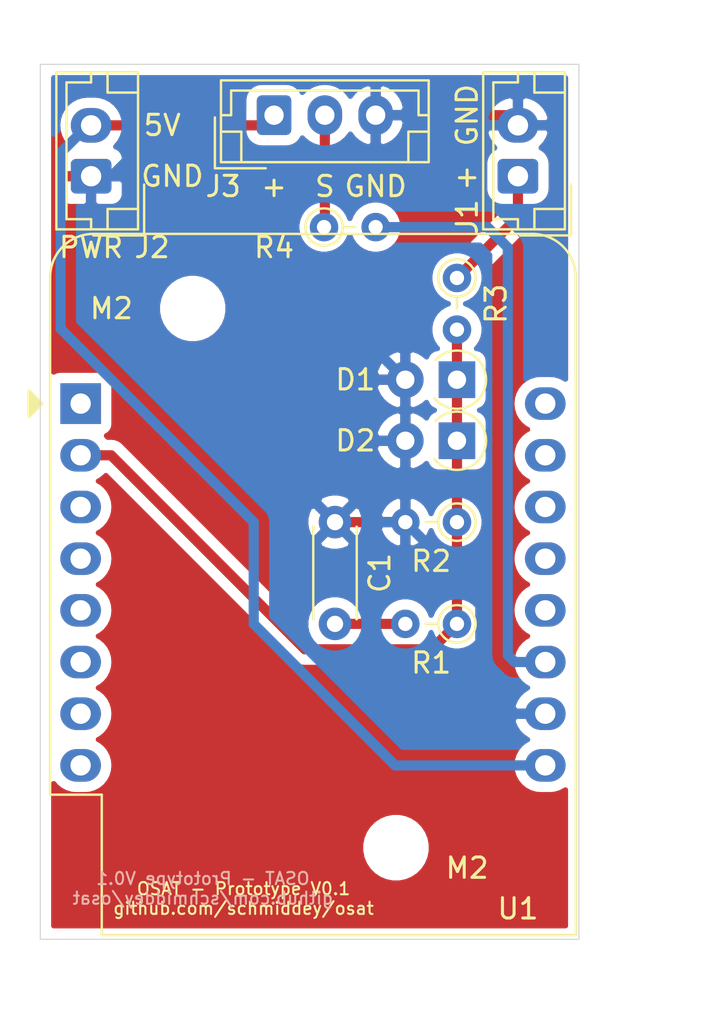
<source format=kicad_pcb>
(kicad_pcb (version 20171130) (host pcbnew 5.1.5-52549c5~84~ubuntu18.04.1)

  (general
    (thickness 1.6)
    (drawings 16)
    (tracks 46)
    (zones 0)
    (modules 13)
    (nets 20)
  )

  (page A4)
  (layers
    (0 F.Cu signal)
    (31 B.Cu signal)
    (32 B.Adhes user)
    (33 F.Adhes user)
    (34 B.Paste user)
    (35 F.Paste user)
    (36 B.SilkS user)
    (37 F.SilkS user)
    (38 B.Mask user)
    (39 F.Mask user)
    (40 Dwgs.User user)
    (41 Cmts.User user)
    (42 Eco1.User user)
    (43 Eco2.User user)
    (44 Edge.Cuts user)
    (45 Margin user)
    (46 B.CrtYd user)
    (47 F.CrtYd user)
    (48 B.Fab user)
    (49 F.Fab user)
  )

  (setup
    (last_trace_width 0.25)
    (user_trace_width 0.5)
    (trace_clearance 0.2)
    (zone_clearance 0.508)
    (zone_45_only no)
    (trace_min 0.2)
    (via_size 0.8)
    (via_drill 0.4)
    (via_min_size 0.4)
    (via_min_drill 0.3)
    (uvia_size 0.3)
    (uvia_drill 0.1)
    (uvias_allowed no)
    (uvia_min_size 0.2)
    (uvia_min_drill 0.1)
    (edge_width 0.05)
    (segment_width 0.2)
    (pcb_text_width 0.3)
    (pcb_text_size 1.5 1.5)
    (mod_edge_width 0.12)
    (mod_text_size 1 1)
    (mod_text_width 0.15)
    (pad_size 1.524 1.524)
    (pad_drill 0.762)
    (pad_to_mask_clearance 0.051)
    (solder_mask_min_width 0.25)
    (aux_axis_origin 0 0)
    (visible_elements FFFFFF7F)
    (pcbplotparams
      (layerselection 0x010f0_ffffffff)
      (usegerberextensions false)
      (usegerberattributes false)
      (usegerberadvancedattributes false)
      (creategerberjobfile false)
      (excludeedgelayer true)
      (linewidth 0.100000)
      (plotframeref false)
      (viasonmask false)
      (mode 1)
      (useauxorigin false)
      (hpglpennumber 1)
      (hpglpenspeed 20)
      (hpglpendiameter 15.000000)
      (psnegative false)
      (psa4output false)
      (plotreference true)
      (plotvalue true)
      (plotinvisibletext false)
      (padsonsilk false)
      (subtractmaskfromsilk false)
      (outputformat 1)
      (mirror false)
      (drillshape 0)
      (scaleselection 1)
      (outputdirectory "gerber/"))
  )

  (net 0 "")
  (net 1 GND)
  (net 2 "Net-(C1-Pad2)")
  (net 3 "Net-(D1-Pad1)")
  (net 4 "Net-(J1-Pad1)")
  (net 5 VCC)
  (net 6 "Net-(J3-Pad2)")
  (net 7 "Net-(R4-Pad2)")
  (net 8 "Net-(U1-Pad1)")
  (net 9 "Net-(U1-Pad3)")
  (net 10 "Net-(U1-Pad4)")
  (net 11 "Net-(U1-Pad5)")
  (net 12 "Net-(U1-Pad6)")
  (net 13 "Net-(U1-Pad7)")
  (net 14 "Net-(U1-Pad8)")
  (net 15 "Net-(U1-Pad12)")
  (net 16 "Net-(U1-Pad13)")
  (net 17 "Net-(U1-Pad14)")
  (net 18 "Net-(U1-Pad15)")
  (net 19 "Net-(U1-Pad16)")

  (net_class Default "This is the default net class."
    (clearance 0.2)
    (trace_width 0.25)
    (via_dia 0.8)
    (via_drill 0.4)
    (uvia_dia 0.3)
    (uvia_drill 0.1)
    (add_net GND)
    (add_net "Net-(C1-Pad2)")
    (add_net "Net-(D1-Pad1)")
    (add_net "Net-(J1-Pad1)")
    (add_net "Net-(J3-Pad2)")
    (add_net "Net-(R4-Pad2)")
    (add_net "Net-(U1-Pad1)")
    (add_net "Net-(U1-Pad12)")
    (add_net "Net-(U1-Pad13)")
    (add_net "Net-(U1-Pad14)")
    (add_net "Net-(U1-Pad15)")
    (add_net "Net-(U1-Pad16)")
    (add_net "Net-(U1-Pad3)")
    (add_net "Net-(U1-Pad4)")
    (add_net "Net-(U1-Pad5)")
    (add_net "Net-(U1-Pad6)")
    (add_net "Net-(U1-Pad7)")
    (add_net "Net-(U1-Pad8)")
    (add_net VCC)
  )

  (module MountingHole:MountingHole_2.2mm_M2 (layer F.Cu) (tedit 56D1B4CB) (tstamp 5E53EC7D)
    (at 121 90)
    (descr "Mounting Hole 2.2mm, no annular, M2")
    (tags "mounting hole 2.2mm no annular m2")
    (attr virtual)
    (fp_text reference M2 (at 3.5 1) (layer F.SilkS)
      (effects (font (size 1 1) (thickness 0.15)))
    )
    (fp_text value MountingHole_2.2mm_M2 (at 0 3.2) (layer F.Fab)
      (effects (font (size 1 1) (thickness 0.15)))
    )
    (fp_circle (center 0 0) (end 2.45 0) (layer F.CrtYd) (width 0.05))
    (fp_circle (center 0 0) (end 2.2 0) (layer Cmts.User) (width 0.15))
    (fp_text user %R (at 0.3 0) (layer F.Fab)
      (effects (font (size 1 1) (thickness 0.15)))
    )
    (pad 1 np_thru_hole circle (at 0 0) (size 2.2 2.2) (drill 2.2) (layers *.Cu *.Mask))
  )

  (module MountingHole:MountingHole_2.2mm_M2 (layer F.Cu) (tedit 56D1B4CB) (tstamp 5E53EB41)
    (at 111 63.5)
    (descr "Mounting Hole 2.2mm, no annular, M2")
    (tags "mounting hole 2.2mm no annular m2")
    (attr virtual)
    (fp_text reference M2 (at -4 0) (layer F.SilkS)
      (effects (font (size 1 1) (thickness 0.15)))
    )
    (fp_text value MountingHole_2.2mm_M2 (at 0 3.2) (layer F.Fab)
      (effects (font (size 1 1) (thickness 0.15)))
    )
    (fp_circle (center 0 0) (end 2.45 0) (layer F.CrtYd) (width 0.05))
    (fp_circle (center 0 0) (end 2.2 0) (layer Cmts.User) (width 0.15))
    (fp_text user %R (at 0.3 0) (layer F.Fab)
      (effects (font (size 1 1) (thickness 0.15)))
    )
    (pad 1 np_thru_hole circle (at 0 0) (size 2.2 2.2) (drill 2.2) (layers *.Cu *.Mask))
  )

  (module Module:WEMOS_D1_mini_light (layer F.Cu) (tedit 5BBFB1CE) (tstamp 5E4EA8AB)
    (at 105.485001 68.175001)
    (descr "16-pin module, column spacing 22.86 mm (900 mils), https://wiki.wemos.cc/products:d1:d1_mini, https://c1.staticflickr.com/1/734/31400410271_f278b087db_z.jpg")
    (tags "ESP8266 WiFi microcontroller")
    (path /5E4EC00E)
    (fp_text reference U1 (at 21.514999 24.824999) (layer F.SilkS)
      (effects (font (size 1 1) (thickness 0.15)))
    )
    (fp_text value WeMos_D1_mini (at 11.7 0) (layer F.Fab)
      (effects (font (size 1 1) (thickness 0.15)))
    )
    (fp_line (start 1.04 26.12) (end 24.36 26.12) (layer F.SilkS) (width 0.12))
    (fp_line (start -1.5 19.22) (end -1.5 -6.21) (layer F.SilkS) (width 0.12))
    (fp_line (start 24.36 26.12) (end 24.36 -6.21) (layer F.SilkS) (width 0.12))
    (fp_line (start 22.24 -8.34) (end 0.63 -8.34) (layer F.SilkS) (width 0.12))
    (fp_line (start 1.17 25.99) (end 24.23 25.99) (layer F.Fab) (width 0.1))
    (fp_line (start 24.23 25.99) (end 24.23 -6.21) (layer F.Fab) (width 0.1))
    (fp_line (start 22.23 -8.21) (end 0.63 -8.21) (layer F.Fab) (width 0.1))
    (fp_line (start -1.37 1) (end -1.37 19.09) (layer F.Fab) (width 0.1))
    (fp_text user %R (at 11.43 10) (layer F.Fab)
      (effects (font (size 1 1) (thickness 0.15)))
    )
    (fp_line (start -1.62 -8.46) (end 24.48 -8.46) (layer F.CrtYd) (width 0.05))
    (fp_line (start 24.48 -8.41) (end 24.48 26.24) (layer F.CrtYd) (width 0.05))
    (fp_line (start 24.48 26.24) (end -1.62 26.24) (layer F.CrtYd) (width 0.05))
    (fp_line (start -1.62 26.24) (end -1.62 -8.46) (layer F.CrtYd) (width 0.05))
    (fp_poly (pts (xy -2.54 -0.635) (xy -2.54 0.635) (xy -1.905 0)) (layer F.SilkS) (width 0.15))
    (fp_line (start -1.35 -1.4) (end 24.25 -1.4) (layer Dwgs.User) (width 0.1))
    (fp_line (start 24.25 -1.4) (end 24.25 -8.2) (layer Dwgs.User) (width 0.1))
    (fp_line (start 24.25 -8.2) (end -1.35 -8.2) (layer Dwgs.User) (width 0.1))
    (fp_line (start -1.35 -8.2) (end -1.35 -1.4) (layer Dwgs.User) (width 0.1))
    (fp_line (start -1.35 -1.4) (end 5.45 -8.2) (layer Dwgs.User) (width 0.1))
    (fp_line (start 0.65 -1.4) (end 7.45 -8.2) (layer Dwgs.User) (width 0.1))
    (fp_line (start 2.65 -1.4) (end 9.45 -8.2) (layer Dwgs.User) (width 0.1))
    (fp_line (start 4.65 -1.4) (end 11.45 -8.2) (layer Dwgs.User) (width 0.1))
    (fp_line (start 6.65 -1.4) (end 13.45 -8.2) (layer Dwgs.User) (width 0.1))
    (fp_line (start 8.65 -1.4) (end 15.45 -8.2) (layer Dwgs.User) (width 0.1))
    (fp_line (start 10.65 -1.4) (end 17.45 -8.2) (layer Dwgs.User) (width 0.1))
    (fp_line (start 12.65 -1.4) (end 19.45 -8.2) (layer Dwgs.User) (width 0.1))
    (fp_line (start 14.65 -1.4) (end 21.45 -8.2) (layer Dwgs.User) (width 0.1))
    (fp_line (start 16.65 -1.4) (end 23.45 -8.2) (layer Dwgs.User) (width 0.1))
    (fp_line (start 18.65 -1.4) (end 24.25 -7) (layer Dwgs.User) (width 0.1))
    (fp_line (start 20.65 -1.4) (end 24.25 -5) (layer Dwgs.User) (width 0.1))
    (fp_line (start 22.65 -1.4) (end 24.25 -3) (layer Dwgs.User) (width 0.1))
    (fp_line (start -1.35 -3.4) (end 3.45 -8.2) (layer Dwgs.User) (width 0.1))
    (fp_line (start -1.3 -5.45) (end 1.45 -8.2) (layer Dwgs.User) (width 0.1))
    (fp_line (start -1.35 -7.4) (end -0.55 -8.2) (layer Dwgs.User) (width 0.1))
    (fp_line (start -1.37 19.09) (end 1.17 19.09) (layer F.Fab) (width 0.1))
    (fp_line (start 1.17 19.09) (end 1.17 25.99) (layer F.Fab) (width 0.1))
    (fp_line (start -1.37 -6.21) (end -1.37 -1) (layer F.Fab) (width 0.1))
    (fp_line (start -1.37 1) (end -0.37 0) (layer F.Fab) (width 0.1))
    (fp_line (start -0.37 0) (end -1.37 -1) (layer F.Fab) (width 0.1))
    (fp_arc (start 0.63 -6.21) (end 0.63 -8.21) (angle -90) (layer F.Fab) (width 0.1))
    (fp_arc (start 22.23 -6.21) (end 24.23 -6.19) (angle -90) (layer F.Fab) (width 0.1))
    (fp_line (start -1.5 19.22) (end 1.04 19.22) (layer F.SilkS) (width 0.12))
    (fp_line (start 1.04 19.22) (end 1.04 26.12) (layer F.SilkS) (width 0.12))
    (fp_arc (start 0.63 -6.21) (end 0.63 -8.34) (angle -90) (layer F.SilkS) (width 0.12))
    (fp_arc (start 22.23 -6.21) (end 24.36 -6.21) (angle -90) (layer F.SilkS) (width 0.12))
    (fp_text user "KEEP OUT" (at 11.43 -6.35) (layer Cmts.User)
      (effects (font (size 1 1) (thickness 0.15)))
    )
    (fp_text user "No copper" (at 11.43 -3.81) (layer Cmts.User)
      (effects (font (size 1 1) (thickness 0.15)))
    )
    (pad 2 thru_hole oval (at 0 2.54) (size 2 1.6) (drill 1) (layers *.Cu *.Mask)
      (net 3 "Net-(D1-Pad1)"))
    (pad 1 thru_hole rect (at 0 0) (size 2 2) (drill 1) (layers *.Cu *.Mask)
      (net 8 "Net-(U1-Pad1)"))
    (pad 3 thru_hole oval (at 0 5.08) (size 2 1.6) (drill 1) (layers *.Cu *.Mask)
      (net 9 "Net-(U1-Pad3)"))
    (pad 4 thru_hole oval (at 0 7.62) (size 2 1.6) (drill 1) (layers *.Cu *.Mask)
      (net 10 "Net-(U1-Pad4)"))
    (pad 5 thru_hole oval (at 0 10.16) (size 2 1.6) (drill 1) (layers *.Cu *.Mask)
      (net 11 "Net-(U1-Pad5)"))
    (pad 6 thru_hole oval (at 0 12.7) (size 2 1.6) (drill 1) (layers *.Cu *.Mask)
      (net 12 "Net-(U1-Pad6)"))
    (pad 7 thru_hole oval (at 0 15.24) (size 2 1.6) (drill 1) (layers *.Cu *.Mask)
      (net 13 "Net-(U1-Pad7)"))
    (pad 8 thru_hole oval (at 0 17.78) (size 2 1.6) (drill 1) (layers *.Cu *.Mask)
      (net 14 "Net-(U1-Pad8)"))
    (pad 9 thru_hole oval (at 22.86 17.78) (size 2 1.6) (drill 1) (layers *.Cu *.Mask)
      (net 5 VCC))
    (pad 10 thru_hole oval (at 22.86 15.24) (size 2 1.6) (drill 1) (layers *.Cu *.Mask)
      (net 1 GND))
    (pad 11 thru_hole oval (at 22.86 12.7) (size 2 1.6) (drill 1) (layers *.Cu *.Mask)
      (net 7 "Net-(R4-Pad2)"))
    (pad 12 thru_hole oval (at 22.86 10.16) (size 2 1.6) (drill 1) (layers *.Cu *.Mask)
      (net 15 "Net-(U1-Pad12)"))
    (pad 13 thru_hole oval (at 22.86 7.62) (size 2 1.6) (drill 1) (layers *.Cu *.Mask)
      (net 16 "Net-(U1-Pad13)"))
    (pad 14 thru_hole oval (at 22.86 5.08) (size 2 1.6) (drill 1) (layers *.Cu *.Mask)
      (net 17 "Net-(U1-Pad14)"))
    (pad 15 thru_hole oval (at 22.86 2.54) (size 2 1.6) (drill 1) (layers *.Cu *.Mask)
      (net 18 "Net-(U1-Pad15)"))
    (pad 16 thru_hole oval (at 22.86 0) (size 2 1.6) (drill 1) (layers *.Cu *.Mask)
      (net 19 "Net-(U1-Pad16)"))
    (model ${KISYS3DMOD}/Module.3dshapes/WEMOS_D1_mini_light.wrl
      (at (xyz 0 0 0))
      (scale (xyz 1 1 1))
      (rotate (xyz 0 0 0))
    )
    (model ${KISYS3DMOD}/Connector_PinHeader_2.54mm.3dshapes/PinHeader_1x08_P2.54mm_Vertical.wrl
      (offset (xyz 0 0 9.5))
      (scale (xyz 1 1 1))
      (rotate (xyz 0 -180 0))
    )
    (model ${KISYS3DMOD}/Connector_PinHeader_2.54mm.3dshapes/PinHeader_1x08_P2.54mm_Vertical.wrl
      (offset (xyz 22.86 0 9.5))
      (scale (xyz 1 1 1))
      (rotate (xyz 0 -180 0))
    )
    (model ${KISYS3DMOD}/Connector_PinSocket_2.54mm.3dshapes/PinSocket_1x08_P2.54mm_Vertical.wrl
      (at (xyz 0 0 0))
      (scale (xyz 1 1 1))
      (rotate (xyz 0 0 0))
    )
    (model ${KISYS3DMOD}/Connector_PinSocket_2.54mm.3dshapes/PinSocket_1x08_P2.54mm_Vertical.wrl
      (offset (xyz 22.86 0 0))
      (scale (xyz 1 1 1))
      (rotate (xyz 0 0 0))
    )
  )

  (module Capacitor_THT:C_Disc_D4.3mm_W1.9mm_P5.00mm (layer F.Cu) (tedit 5AE50EF0) (tstamp 5E4DBC3B)
    (at 118 74 270)
    (descr "C, Disc series, Radial, pin pitch=5.00mm, , diameter*width=4.3*1.9mm^2, Capacitor, http://www.vishay.com/docs/45233/krseries.pdf")
    (tags "C Disc series Radial pin pitch 5.00mm  diameter 4.3mm width 1.9mm Capacitor")
    (path /5E4EDD6A)
    (fp_text reference C1 (at 2.5 -2.2 90) (layer F.SilkS)
      (effects (font (size 1 1) (thickness 0.15)))
    )
    (fp_text value 270pF (at 2.5 2.2 90) (layer F.Fab)
      (effects (font (size 1 1) (thickness 0.15)))
    )
    (fp_line (start 0.35 -0.95) (end 0.35 0.95) (layer F.Fab) (width 0.1))
    (fp_line (start 0.35 0.95) (end 4.65 0.95) (layer F.Fab) (width 0.1))
    (fp_line (start 4.65 0.95) (end 4.65 -0.95) (layer F.Fab) (width 0.1))
    (fp_line (start 4.65 -0.95) (end 0.35 -0.95) (layer F.Fab) (width 0.1))
    (fp_line (start 0.23 -1.07) (end 4.77 -1.07) (layer F.SilkS) (width 0.12))
    (fp_line (start 0.23 1.07) (end 4.77 1.07) (layer F.SilkS) (width 0.12))
    (fp_line (start 0.23 -1.07) (end 0.23 -1.055) (layer F.SilkS) (width 0.12))
    (fp_line (start 0.23 1.055) (end 0.23 1.07) (layer F.SilkS) (width 0.12))
    (fp_line (start 4.77 -1.07) (end 4.77 -1.055) (layer F.SilkS) (width 0.12))
    (fp_line (start 4.77 1.055) (end 4.77 1.07) (layer F.SilkS) (width 0.12))
    (fp_line (start -1.05 -1.2) (end -1.05 1.2) (layer F.CrtYd) (width 0.05))
    (fp_line (start -1.05 1.2) (end 6.05 1.2) (layer F.CrtYd) (width 0.05))
    (fp_line (start 6.05 1.2) (end 6.05 -1.2) (layer F.CrtYd) (width 0.05))
    (fp_line (start 6.05 -1.2) (end -1.05 -1.2) (layer F.CrtYd) (width 0.05))
    (fp_text user %R (at 2.5 0 90) (layer F.Fab)
      (effects (font (size 0.86 0.86) (thickness 0.129)))
    )
    (pad 1 thru_hole circle (at 0 0 270) (size 1.6 1.6) (drill 0.8) (layers *.Cu *.Mask)
      (net 1 GND))
    (pad 2 thru_hole circle (at 5 0 270) (size 1.6 1.6) (drill 0.8) (layers *.Cu *.Mask)
      (net 2 "Net-(C1-Pad2)"))
    (model ${KISYS3DMOD}/Capacitor_THT.3dshapes/C_Disc_D4.3mm_W1.9mm_P5.00mm.wrl
      (at (xyz 0 0 0))
      (scale (xyz 1 1 1))
      (rotate (xyz 0 0 0))
    )
  )

  (module Connector_JST:JST_EH_B2B-EH-A_1x02_P2.50mm_Vertical (layer F.Cu) (tedit 5C28142C) (tstamp 5E4DBC79)
    (at 127 57 90)
    (descr "JST EH series connector, B2B-EH-A (http://www.jst-mfg.com/product/pdf/eng/eEH.pdf), generated with kicad-footprint-generator")
    (tags "connector JST EH vertical")
    (path /5E4EE57E)
    (fp_text reference J1 (at -2 -2.5 90) (layer F.SilkS)
      (effects (font (size 1 1) (thickness 0.15)))
    )
    (fp_text value Conn_01x02_piezo (at 1.25 3.4 90) (layer F.Fab)
      (effects (font (size 1 1) (thickness 0.15)))
    )
    (fp_line (start -2.5 -1.6) (end -2.5 2.2) (layer F.Fab) (width 0.1))
    (fp_line (start -2.5 2.2) (end 5 2.2) (layer F.Fab) (width 0.1))
    (fp_line (start 5 2.2) (end 5 -1.6) (layer F.Fab) (width 0.1))
    (fp_line (start 5 -1.6) (end -2.5 -1.6) (layer F.Fab) (width 0.1))
    (fp_line (start -3 -2.1) (end -3 2.7) (layer F.CrtYd) (width 0.05))
    (fp_line (start -3 2.7) (end 5.5 2.7) (layer F.CrtYd) (width 0.05))
    (fp_line (start 5.5 2.7) (end 5.5 -2.1) (layer F.CrtYd) (width 0.05))
    (fp_line (start 5.5 -2.1) (end -3 -2.1) (layer F.CrtYd) (width 0.05))
    (fp_line (start -2.61 -1.71) (end -2.61 2.31) (layer F.SilkS) (width 0.12))
    (fp_line (start -2.61 2.31) (end 5.11 2.31) (layer F.SilkS) (width 0.12))
    (fp_line (start 5.11 2.31) (end 5.11 -1.71) (layer F.SilkS) (width 0.12))
    (fp_line (start 5.11 -1.71) (end -2.61 -1.71) (layer F.SilkS) (width 0.12))
    (fp_line (start -2.61 0) (end -2.11 0) (layer F.SilkS) (width 0.12))
    (fp_line (start -2.11 0) (end -2.11 -1.21) (layer F.SilkS) (width 0.12))
    (fp_line (start -2.11 -1.21) (end 4.61 -1.21) (layer F.SilkS) (width 0.12))
    (fp_line (start 4.61 -1.21) (end 4.61 0) (layer F.SilkS) (width 0.12))
    (fp_line (start 4.61 0) (end 5.11 0) (layer F.SilkS) (width 0.12))
    (fp_line (start -2.61 0.81) (end -1.61 0.81) (layer F.SilkS) (width 0.12))
    (fp_line (start -1.61 0.81) (end -1.61 2.31) (layer F.SilkS) (width 0.12))
    (fp_line (start 5.11 0.81) (end 4.11 0.81) (layer F.SilkS) (width 0.12))
    (fp_line (start 4.11 0.81) (end 4.11 2.31) (layer F.SilkS) (width 0.12))
    (fp_line (start -2.91 0.11) (end -2.91 2.61) (layer F.SilkS) (width 0.12))
    (fp_line (start -2.91 2.61) (end -0.41 2.61) (layer F.SilkS) (width 0.12))
    (fp_line (start -2.91 0.11) (end -2.91 2.61) (layer F.Fab) (width 0.1))
    (fp_line (start -2.91 2.61) (end -0.41 2.61) (layer F.Fab) (width 0.1))
    (fp_text user %R (at 1.25 1.5 90) (layer F.Fab)
      (effects (font (size 1 1) (thickness 0.15)))
    )
    (pad 1 thru_hole roundrect (at 0 0 90) (size 1.7 2) (drill 1) (layers *.Cu *.Mask) (roundrect_rratio 0.147059)
      (net 4 "Net-(J1-Pad1)"))
    (pad 2 thru_hole oval (at 2.5 0 90) (size 1.7 2) (drill 1) (layers *.Cu *.Mask)
      (net 1 GND))
    (model ${KISYS3DMOD}/Connector_JST.3dshapes/JST_EH_B2B-EH-A_1x02_P2.50mm_Vertical.wrl
      (at (xyz 0 0 0))
      (scale (xyz 1 1 1))
      (rotate (xyz 0 0 0))
    )
  )

  (module Connector_JST:JST_EH_B2B-EH-A_1x02_P2.50mm_Vertical (layer F.Cu) (tedit 5C28142C) (tstamp 5E4DBC99)
    (at 106 57 90)
    (descr "JST EH series connector, B2B-EH-A (http://www.jst-mfg.com/product/pdf/eng/eEH.pdf), generated with kicad-footprint-generator")
    (tags "connector JST EH vertical")
    (path /5E512ABC)
    (fp_text reference J2 (at -3.5 3 180) (layer F.SilkS)
      (effects (font (size 1 1) (thickness 0.15)))
    )
    (fp_text value Conn_01x02_pwr_in (at 1.25 3.4 90) (layer F.Fab)
      (effects (font (size 1 1) (thickness 0.15)))
    )
    (fp_text user %R (at 1.25 1.5 90) (layer F.Fab)
      (effects (font (size 1 1) (thickness 0.15)))
    )
    (fp_line (start -2.91 2.61) (end -0.41 2.61) (layer F.Fab) (width 0.1))
    (fp_line (start -2.91 0.11) (end -2.91 2.61) (layer F.Fab) (width 0.1))
    (fp_line (start -2.91 2.61) (end -0.41 2.61) (layer F.SilkS) (width 0.12))
    (fp_line (start -2.91 0.11) (end -2.91 2.61) (layer F.SilkS) (width 0.12))
    (fp_line (start 4.11 0.81) (end 4.11 2.31) (layer F.SilkS) (width 0.12))
    (fp_line (start 5.11 0.81) (end 4.11 0.81) (layer F.SilkS) (width 0.12))
    (fp_line (start -1.61 0.81) (end -1.61 2.31) (layer F.SilkS) (width 0.12))
    (fp_line (start -2.61 0.81) (end -1.61 0.81) (layer F.SilkS) (width 0.12))
    (fp_line (start 4.61 0) (end 5.11 0) (layer F.SilkS) (width 0.12))
    (fp_line (start 4.61 -1.21) (end 4.61 0) (layer F.SilkS) (width 0.12))
    (fp_line (start -2.11 -1.21) (end 4.61 -1.21) (layer F.SilkS) (width 0.12))
    (fp_line (start -2.11 0) (end -2.11 -1.21) (layer F.SilkS) (width 0.12))
    (fp_line (start -2.61 0) (end -2.11 0) (layer F.SilkS) (width 0.12))
    (fp_line (start 5.11 -1.71) (end -2.61 -1.71) (layer F.SilkS) (width 0.12))
    (fp_line (start 5.11 2.31) (end 5.11 -1.71) (layer F.SilkS) (width 0.12))
    (fp_line (start -2.61 2.31) (end 5.11 2.31) (layer F.SilkS) (width 0.12))
    (fp_line (start -2.61 -1.71) (end -2.61 2.31) (layer F.SilkS) (width 0.12))
    (fp_line (start 5.5 -2.1) (end -3 -2.1) (layer F.CrtYd) (width 0.05))
    (fp_line (start 5.5 2.7) (end 5.5 -2.1) (layer F.CrtYd) (width 0.05))
    (fp_line (start -3 2.7) (end 5.5 2.7) (layer F.CrtYd) (width 0.05))
    (fp_line (start -3 -2.1) (end -3 2.7) (layer F.CrtYd) (width 0.05))
    (fp_line (start 5 -1.6) (end -2.5 -1.6) (layer F.Fab) (width 0.1))
    (fp_line (start 5 2.2) (end 5 -1.6) (layer F.Fab) (width 0.1))
    (fp_line (start -2.5 2.2) (end 5 2.2) (layer F.Fab) (width 0.1))
    (fp_line (start -2.5 -1.6) (end -2.5 2.2) (layer F.Fab) (width 0.1))
    (pad 2 thru_hole oval (at 2.5 0 90) (size 1.7 2) (drill 1) (layers *.Cu *.Mask)
      (net 5 VCC))
    (pad 1 thru_hole roundrect (at 0 0 90) (size 1.7 2) (drill 1) (layers *.Cu *.Mask) (roundrect_rratio 0.147059)
      (net 1 GND))
    (model ${KISYS3DMOD}/Connector_JST.3dshapes/JST_EH_B2B-EH-A_1x02_P2.50mm_Vertical.wrl
      (at (xyz 0 0 0))
      (scale (xyz 1 1 1))
      (rotate (xyz 0 0 0))
    )
  )

  (module Connector_JST:JST_EH_B3B-EH-A_1x03_P2.50mm_Vertical (layer F.Cu) (tedit 5C28142C) (tstamp 5E4DBCBA)
    (at 115 54)
    (descr "JST EH series connector, B3B-EH-A (http://www.jst-mfg.com/product/pdf/eng/eEH.pdf), generated with kicad-footprint-generator")
    (tags "connector JST EH vertical")
    (path /5E512F36)
    (fp_text reference J3 (at -2.5 3.5) (layer F.SilkS)
      (effects (font (size 1 1) (thickness 0.15)))
    )
    (fp_text value Conn_01x03_led (at 2.5 3.4) (layer F.Fab)
      (effects (font (size 1 1) (thickness 0.15)))
    )
    (fp_line (start -2.5 -1.6) (end -2.5 2.2) (layer F.Fab) (width 0.1))
    (fp_line (start -2.5 2.2) (end 7.5 2.2) (layer F.Fab) (width 0.1))
    (fp_line (start 7.5 2.2) (end 7.5 -1.6) (layer F.Fab) (width 0.1))
    (fp_line (start 7.5 -1.6) (end -2.5 -1.6) (layer F.Fab) (width 0.1))
    (fp_line (start -3 -2.1) (end -3 2.7) (layer F.CrtYd) (width 0.05))
    (fp_line (start -3 2.7) (end 8 2.7) (layer F.CrtYd) (width 0.05))
    (fp_line (start 8 2.7) (end 8 -2.1) (layer F.CrtYd) (width 0.05))
    (fp_line (start 8 -2.1) (end -3 -2.1) (layer F.CrtYd) (width 0.05))
    (fp_line (start -2.61 -1.71) (end -2.61 2.31) (layer F.SilkS) (width 0.12))
    (fp_line (start -2.61 2.31) (end 7.61 2.31) (layer F.SilkS) (width 0.12))
    (fp_line (start 7.61 2.31) (end 7.61 -1.71) (layer F.SilkS) (width 0.12))
    (fp_line (start 7.61 -1.71) (end -2.61 -1.71) (layer F.SilkS) (width 0.12))
    (fp_line (start -2.61 0) (end -2.11 0) (layer F.SilkS) (width 0.12))
    (fp_line (start -2.11 0) (end -2.11 -1.21) (layer F.SilkS) (width 0.12))
    (fp_line (start -2.11 -1.21) (end 7.11 -1.21) (layer F.SilkS) (width 0.12))
    (fp_line (start 7.11 -1.21) (end 7.11 0) (layer F.SilkS) (width 0.12))
    (fp_line (start 7.11 0) (end 7.61 0) (layer F.SilkS) (width 0.12))
    (fp_line (start -2.61 0.81) (end -1.61 0.81) (layer F.SilkS) (width 0.12))
    (fp_line (start -1.61 0.81) (end -1.61 2.31) (layer F.SilkS) (width 0.12))
    (fp_line (start 7.61 0.81) (end 6.61 0.81) (layer F.SilkS) (width 0.12))
    (fp_line (start 6.61 0.81) (end 6.61 2.31) (layer F.SilkS) (width 0.12))
    (fp_line (start -2.91 0.11) (end -2.91 2.61) (layer F.SilkS) (width 0.12))
    (fp_line (start -2.91 2.61) (end -0.41 2.61) (layer F.SilkS) (width 0.12))
    (fp_line (start -2.91 0.11) (end -2.91 2.61) (layer F.Fab) (width 0.1))
    (fp_line (start -2.91 2.61) (end -0.41 2.61) (layer F.Fab) (width 0.1))
    (fp_text user %R (at 2.5 1.5) (layer F.Fab)
      (effects (font (size 1 1) (thickness 0.15)))
    )
    (pad 1 thru_hole roundrect (at 0 0) (size 1.7 1.95) (drill 0.95) (layers *.Cu *.Mask) (roundrect_rratio 0.147059)
      (net 5 VCC))
    (pad 2 thru_hole oval (at 2.5 0) (size 1.7 1.95) (drill 0.95) (layers *.Cu *.Mask)
      (net 6 "Net-(J3-Pad2)"))
    (pad 3 thru_hole oval (at 5 0) (size 1.7 1.95) (drill 0.95) (layers *.Cu *.Mask)
      (net 1 GND))
    (model ${KISYS3DMOD}/Connector_JST.3dshapes/JST_EH_B3B-EH-A_1x03_P2.50mm_Vertical.wrl
      (at (xyz 0 0 0))
      (scale (xyz 1 1 1))
      (rotate (xyz 0 0 0))
    )
  )

  (module Resistor_THT:R_Axial_DIN0204_L3.6mm_D1.6mm_P2.54mm_Vertical (layer F.Cu) (tedit 5AE5139B) (tstamp 5E4DBCC9)
    (at 124 79 180)
    (descr "Resistor, Axial_DIN0204 series, Axial, Vertical, pin pitch=2.54mm, 0.167W, length*diameter=3.6*1.6mm^2, http://cdn-reichelt.de/documents/datenblatt/B400/1_4W%23YAG.pdf")
    (tags "Resistor Axial_DIN0204 series Axial Vertical pin pitch 2.54mm 0.167W length 3.6mm diameter 1.6mm")
    (path /5E4ED904)
    (fp_text reference R1 (at 1.27 -1.92) (layer F.SilkS)
      (effects (font (size 1 1) (thickness 0.15)))
    )
    (fp_text value 10k (at 1.27 1.92) (layer F.Fab)
      (effects (font (size 1 1) (thickness 0.15)))
    )
    (fp_circle (center 0 0) (end 0.8 0) (layer F.Fab) (width 0.1))
    (fp_circle (center 0 0) (end 0.92 0) (layer F.SilkS) (width 0.12))
    (fp_line (start 0 0) (end 2.54 0) (layer F.Fab) (width 0.1))
    (fp_line (start 0.92 0) (end 1.54 0) (layer F.SilkS) (width 0.12))
    (fp_line (start -1.05 -1.05) (end -1.05 1.05) (layer F.CrtYd) (width 0.05))
    (fp_line (start -1.05 1.05) (end 3.49 1.05) (layer F.CrtYd) (width 0.05))
    (fp_line (start 3.49 1.05) (end 3.49 -1.05) (layer F.CrtYd) (width 0.05))
    (fp_line (start 3.49 -1.05) (end -1.05 -1.05) (layer F.CrtYd) (width 0.05))
    (fp_text user %R (at 1.27 -1.92) (layer F.Fab)
      (effects (font (size 1 1) (thickness 0.15)))
    )
    (pad 1 thru_hole circle (at 0 0 180) (size 1.4 1.4) (drill 0.7) (layers *.Cu *.Mask)
      (net 3 "Net-(D1-Pad1)"))
    (pad 2 thru_hole oval (at 2.54 0 180) (size 1.4 1.4) (drill 0.7) (layers *.Cu *.Mask)
      (net 2 "Net-(C1-Pad2)"))
    (model ${KISYS3DMOD}/Resistor_THT.3dshapes/R_Axial_DIN0204_L3.6mm_D1.6mm_P2.54mm_Vertical.wrl
      (at (xyz 0 0 0))
      (scale (xyz 1 1 1))
      (rotate (xyz 0 0 0))
    )
  )

  (module Resistor_THT:R_Axial_DIN0204_L3.6mm_D1.6mm_P2.54mm_Vertical (layer F.Cu) (tedit 5AE5139B) (tstamp 5E4DBCD8)
    (at 124 74 180)
    (descr "Resistor, Axial_DIN0204 series, Axial, Vertical, pin pitch=2.54mm, 0.167W, length*diameter=3.6*1.6mm^2, http://cdn-reichelt.de/documents/datenblatt/B400/1_4W%23YAG.pdf")
    (tags "Resistor Axial_DIN0204 series Axial Vertical pin pitch 2.54mm 0.167W length 3.6mm diameter 1.6mm")
    (path /5E5096D3)
    (fp_text reference R2 (at 1.27 -1.92) (layer F.SilkS)
      (effects (font (size 1 1) (thickness 0.15)))
    )
    (fp_text value 1M (at 1.27 1.92) (layer F.Fab)
      (effects (font (size 1 1) (thickness 0.15)))
    )
    (fp_circle (center 0 0) (end 0.8 0) (layer F.Fab) (width 0.1))
    (fp_circle (center 0 0) (end 0.92 0) (layer F.SilkS) (width 0.12))
    (fp_line (start 0 0) (end 2.54 0) (layer F.Fab) (width 0.1))
    (fp_line (start 0.92 0) (end 1.54 0) (layer F.SilkS) (width 0.12))
    (fp_line (start -1.05 -1.05) (end -1.05 1.05) (layer F.CrtYd) (width 0.05))
    (fp_line (start -1.05 1.05) (end 3.49 1.05) (layer F.CrtYd) (width 0.05))
    (fp_line (start 3.49 1.05) (end 3.49 -1.05) (layer F.CrtYd) (width 0.05))
    (fp_line (start 3.49 -1.05) (end -1.05 -1.05) (layer F.CrtYd) (width 0.05))
    (fp_text user %R (at 1.27 -1.92) (layer F.Fab)
      (effects (font (size 1 1) (thickness 0.15)))
    )
    (pad 1 thru_hole circle (at 0 0 180) (size 1.4 1.4) (drill 0.7) (layers *.Cu *.Mask)
      (net 3 "Net-(D1-Pad1)"))
    (pad 2 thru_hole oval (at 2.54 0 180) (size 1.4 1.4) (drill 0.7) (layers *.Cu *.Mask)
      (net 1 GND))
    (model ${KISYS3DMOD}/Resistor_THT.3dshapes/R_Axial_DIN0204_L3.6mm_D1.6mm_P2.54mm_Vertical.wrl
      (at (xyz 0 0 0))
      (scale (xyz 1 1 1))
      (rotate (xyz 0 0 0))
    )
  )

  (module Resistor_THT:R_Axial_DIN0204_L3.6mm_D1.6mm_P2.54mm_Vertical (layer F.Cu) (tedit 5AE5139B) (tstamp 5E4DBCE7)
    (at 124 62 270)
    (descr "Resistor, Axial_DIN0204 series, Axial, Vertical, pin pitch=2.54mm, 0.167W, length*diameter=3.6*1.6mm^2, http://cdn-reichelt.de/documents/datenblatt/B400/1_4W%23YAG.pdf")
    (tags "Resistor Axial_DIN0204 series Axial Vertical pin pitch 2.54mm 0.167W length 3.6mm diameter 1.6mm")
    (path /5E4F4502)
    (fp_text reference R3 (at 1.27 -1.92 90) (layer F.SilkS)
      (effects (font (size 1 1) (thickness 0.15)))
    )
    (fp_text value 10k (at 1.27 1.92 90) (layer F.Fab)
      (effects (font (size 1 1) (thickness 0.15)))
    )
    (fp_text user %R (at 1.27 -1.92 90) (layer F.Fab)
      (effects (font (size 1 1) (thickness 0.15)))
    )
    (fp_line (start 3.49 -1.05) (end -1.05 -1.05) (layer F.CrtYd) (width 0.05))
    (fp_line (start 3.49 1.05) (end 3.49 -1.05) (layer F.CrtYd) (width 0.05))
    (fp_line (start -1.05 1.05) (end 3.49 1.05) (layer F.CrtYd) (width 0.05))
    (fp_line (start -1.05 -1.05) (end -1.05 1.05) (layer F.CrtYd) (width 0.05))
    (fp_line (start 0.92 0) (end 1.54 0) (layer F.SilkS) (width 0.12))
    (fp_line (start 0 0) (end 2.54 0) (layer F.Fab) (width 0.1))
    (fp_circle (center 0 0) (end 0.92 0) (layer F.SilkS) (width 0.12))
    (fp_circle (center 0 0) (end 0.8 0) (layer F.Fab) (width 0.1))
    (pad 2 thru_hole oval (at 2.54 0 270) (size 1.4 1.4) (drill 0.7) (layers *.Cu *.Mask)
      (net 3 "Net-(D1-Pad1)"))
    (pad 1 thru_hole circle (at 0 0 270) (size 1.4 1.4) (drill 0.7) (layers *.Cu *.Mask)
      (net 4 "Net-(J1-Pad1)"))
    (model ${KISYS3DMOD}/Resistor_THT.3dshapes/R_Axial_DIN0204_L3.6mm_D1.6mm_P2.54mm_Vertical.wrl
      (at (xyz 0 0 0))
      (scale (xyz 1 1 1))
      (rotate (xyz 0 0 0))
    )
  )

  (module Resistor_THT:R_Axial_DIN0204_L3.6mm_D1.6mm_P2.54mm_Vertical (layer F.Cu) (tedit 5AE5139B) (tstamp 5E4DBCF6)
    (at 117.46 59.5)
    (descr "Resistor, Axial_DIN0204 series, Axial, Vertical, pin pitch=2.54mm, 0.167W, length*diameter=3.6*1.6mm^2, http://cdn-reichelt.de/documents/datenblatt/B400/1_4W%23YAG.pdf")
    (tags "Resistor Axial_DIN0204 series Axial Vertical pin pitch 2.54mm 0.167W length 3.6mm diameter 1.6mm")
    (path /5E51546A)
    (fp_text reference R4 (at -2.46 1) (layer F.SilkS)
      (effects (font (size 1 1) (thickness 0.15)))
    )
    (fp_text value 100 (at 1.27 1.92) (layer F.Fab)
      (effects (font (size 1 1) (thickness 0.15)))
    )
    (fp_text user %R (at 1.27 -1.92) (layer F.Fab)
      (effects (font (size 1 1) (thickness 0.15)))
    )
    (fp_line (start 3.49 -1.05) (end -1.05 -1.05) (layer F.CrtYd) (width 0.05))
    (fp_line (start 3.49 1.05) (end 3.49 -1.05) (layer F.CrtYd) (width 0.05))
    (fp_line (start -1.05 1.05) (end 3.49 1.05) (layer F.CrtYd) (width 0.05))
    (fp_line (start -1.05 -1.05) (end -1.05 1.05) (layer F.CrtYd) (width 0.05))
    (fp_line (start 0.92 0) (end 1.54 0) (layer F.SilkS) (width 0.12))
    (fp_line (start 0 0) (end 2.54 0) (layer F.Fab) (width 0.1))
    (fp_circle (center 0 0) (end 0.92 0) (layer F.SilkS) (width 0.12))
    (fp_circle (center 0 0) (end 0.8 0) (layer F.Fab) (width 0.1))
    (pad 2 thru_hole oval (at 2.54 0) (size 1.4 1.4) (drill 0.7) (layers *.Cu *.Mask)
      (net 7 "Net-(R4-Pad2)"))
    (pad 1 thru_hole circle (at 0 0) (size 1.4 1.4) (drill 0.7) (layers *.Cu *.Mask)
      (net 6 "Net-(J3-Pad2)"))
    (model ${KISYS3DMOD}/Resistor_THT.3dshapes/R_Axial_DIN0204_L3.6mm_D1.6mm_P2.54mm_Vertical.wrl
      (at (xyz 0 0 0))
      (scale (xyz 1 1 1))
      (rotate (xyz 0 0 0))
    )
  )

  (module Diode_THT:D_A-405_P2.54mm_Vertical_AnodeUp (layer F.Cu) (tedit 5AE50CD5) (tstamp 5E4E8D1F)
    (at 124 67 180)
    (descr "Diode, A-405 series, Axial, Vertical, pin pitch=2.54mm, , length*diameter=5.2*2.7mm^2, , http://www.diodes.com/_files/packages/A-405.pdf")
    (tags "Diode A-405 series Axial Vertical pin pitch 2.54mm  length 5.2mm diameter 2.7mm")
    (path /5E4ECF88)
    (fp_text reference D1 (at 5 0) (layer F.SilkS)
      (effects (font (size 1 1) (thickness 0.15)))
    )
    (fp_text value D_Schottky (at 1.27 3.359) (layer F.Fab)
      (effects (font (size 1 1) (thickness 0.15)))
    )
    (fp_arc (start 0 0) (end 1.113239 -0.9) (angle -278.451986) (layer F.SilkS) (width 0.12))
    (fp_circle (center 0 0) (end 1.35 0) (layer F.Fab) (width 0.1))
    (fp_line (start 0 0) (end 2.54 0) (layer F.Fab) (width 0.1))
    (fp_line (start -1.6 -1.6) (end -1.6 1.6) (layer F.CrtYd) (width 0.05))
    (fp_line (start -1.6 1.6) (end 3.69 1.6) (layer F.CrtYd) (width 0.05))
    (fp_line (start 3.69 1.6) (end 3.69 -1.6) (layer F.CrtYd) (width 0.05))
    (fp_line (start 3.69 -1.6) (end -1.6 -1.6) (layer F.CrtYd) (width 0.05))
    (fp_text user A (at 4 -1) (layer F.Fab)
      (effects (font (size 1 1) (thickness 0.15)))
    )
    (pad 1 thru_hole rect (at 0 0 180) (size 1.8 1.8) (drill 0.9) (layers *.Cu *.Mask)
      (net 3 "Net-(D1-Pad1)"))
    (pad 2 thru_hole oval (at 2.54 0 180) (size 1.8 1.8) (drill 0.9) (layers *.Cu *.Mask)
      (net 1 GND))
    (model ${KISYS3DMOD}/Diode_THT.3dshapes/D_A-405_P2.54mm_Vertical_AnodeUp.wrl
      (at (xyz 0 0 0))
      (scale (xyz 1 1 1))
      (rotate (xyz 0 0 0))
    )
  )

  (module Diode_THT:D_A-405_P2.54mm_Vertical_AnodeUp (layer F.Cu) (tedit 5AE50CD5) (tstamp 5E4E8D2E)
    (at 124 70 180)
    (descr "Diode, A-405 series, Axial, Vertical, pin pitch=2.54mm, , length*diameter=5.2*2.7mm^2, , http://www.diodes.com/_files/packages/A-405.pdf")
    (tags "Diode A-405 series Axial Vertical pin pitch 2.54mm  length 5.2mm diameter 2.7mm")
    (path /5E4ED32E)
    (fp_text reference D2 (at 5 0) (layer F.SilkS)
      (effects (font (size 1 1) (thickness 0.15)))
    )
    (fp_text value 3V (at 7 0) (layer F.Fab)
      (effects (font (size 1 1) (thickness 0.15)))
    )
    (fp_text user A (at 4 -1) (layer F.Fab)
      (effects (font (size 1 1) (thickness 0.15)))
    )
    (fp_line (start 3.69 -1.6) (end -1.6 -1.6) (layer F.CrtYd) (width 0.05))
    (fp_line (start 3.69 1.6) (end 3.69 -1.6) (layer F.CrtYd) (width 0.05))
    (fp_line (start -1.6 1.6) (end 3.69 1.6) (layer F.CrtYd) (width 0.05))
    (fp_line (start -1.6 -1.6) (end -1.6 1.6) (layer F.CrtYd) (width 0.05))
    (fp_line (start 0 0) (end 2.54 0) (layer F.Fab) (width 0.1))
    (fp_circle (center 0 0) (end 1.35 0) (layer F.Fab) (width 0.1))
    (fp_arc (start 0 0) (end 1.113239 -0.9) (angle -278.451986) (layer F.SilkS) (width 0.12))
    (pad 2 thru_hole oval (at 2.54 0 180) (size 1.8 1.8) (drill 0.9) (layers *.Cu *.Mask)
      (net 1 GND))
    (pad 1 thru_hole rect (at 0 0 180) (size 1.8 1.8) (drill 0.9) (layers *.Cu *.Mask)
      (net 3 "Net-(D1-Pad1)"))
    (model ${KISYS3DMOD}/Diode_THT.3dshapes/D_A-405_P2.54mm_Vertical_AnodeUp.wrl
      (at (xyz 0 0 0))
      (scale (xyz 1 1 1))
      (rotate (xyz 0 0 0))
    )
  )

  (dimension 26.5 (width 0.15) (layer Dwgs.User)
    (gr_text "26,500 mm" (at 116.75 99.3) (layer Dwgs.User)
      (effects (font (size 1 1) (thickness 0.15)))
    )
    (feature1 (pts (xy 130 94.5) (xy 130 98.586421)))
    (feature2 (pts (xy 103.5 94.5) (xy 103.5 98.586421)))
    (crossbar (pts (xy 103.5 98) (xy 130 98)))
    (arrow1a (pts (xy 130 98) (xy 128.873496 98.586421)))
    (arrow1b (pts (xy 130 98) (xy 128.873496 97.413579)))
    (arrow2a (pts (xy 103.5 98) (xy 104.626504 98.586421)))
    (arrow2b (pts (xy 103.5 98) (xy 104.626504 97.413579)))
  )
  (dimension 43 (width 0.15) (layer Dwgs.User)
    (gr_text "43,000 mm" (at 135.3 73 90) (layer Dwgs.User)
      (effects (font (size 1 1) (thickness 0.15)))
    )
    (feature1 (pts (xy 130.5 51.5) (xy 134.586421 51.5)))
    (feature2 (pts (xy 130.5 94.5) (xy 134.586421 94.5)))
    (crossbar (pts (xy 134 94.5) (xy 134 51.5)))
    (arrow1a (pts (xy 134 51.5) (xy 134.586421 52.626504)))
    (arrow1b (pts (xy 134 51.5) (xy 133.413579 52.626504)))
    (arrow2a (pts (xy 134 94.5) (xy 134.586421 93.373496)))
    (arrow2b (pts (xy 134 94.5) (xy 133.413579 93.373496)))
  )
  (gr_line (start 103.5 94.5) (end 103.5 51.5) (layer Edge.Cuts) (width 0.05) (tstamp 5E4EA713))
  (gr_line (start 130 94.5) (end 103.5 94.5) (layer Edge.Cuts) (width 0.05))
  (gr_line (start 130 51.5) (end 130 94.5) (layer Edge.Cuts) (width 0.05))
  (gr_line (start 103.5 51.5) (end 130 51.5) (layer Edge.Cuts) (width 0.05))
  (gr_text PWR (at 106 60.5) (layer F.SilkS)
    (effects (font (size 1 1) (thickness 0.15)))
  )
  (gr_text + (at 124.5 57) (layer F.SilkS)
    (effects (font (size 1 1) (thickness 0.15)))
  )
  (gr_text GND (at 124.5 54 90) (layer F.SilkS)
    (effects (font (size 1 1) (thickness 0.15)))
  )
  (gr_text GND (at 120 57.5) (layer F.SilkS)
    (effects (font (size 1 1) (thickness 0.15)))
  )
  (gr_text S (at 117.5 57.5) (layer F.SilkS)
    (effects (font (size 1 1) (thickness 0.15)))
  )
  (gr_text + (at 115 57.5) (layer F.SilkS)
    (effects (font (size 1 1) (thickness 0.15)))
  )
  (gr_text GND (at 110 57) (layer F.SilkS)
    (effects (font (size 1 1) (thickness 0.15)))
  )
  (gr_text 5V (at 109.5 54.5) (layer F.SilkS)
    (effects (font (size 1 1) (thickness 0.15)))
  )
  (gr_text "OSAT - Prototype V0.1\ngithub.com/schmiddey/osat" (at 111.5 92) (layer B.SilkS)
    (effects (font (size 0.6 0.6) (thickness 0.1)) (justify mirror))
  )
  (gr_text "OSAT - Prototype V0.1\ngithub.com/schmiddey/osat" (at 113.5 92.5) (layer F.SilkS)
    (effects (font (size 0.6 0.6) (thickness 0.1)))
  )

  (segment (start 118 74) (end 121.46 74) (width 0.5) (layer F.Cu) (net 1))
  (segment (start 121.46 74) (end 121.46 70) (width 0.5) (layer F.Cu) (net 1))
  (segment (start 121.46 70) (end 121.46 67) (width 0.5) (layer F.Cu) (net 1))
  (segment (start 126.5 54) (end 127 54.5) (width 0.5) (layer F.Cu) (net 1))
  (segment (start 120 54) (end 126.5 54) (width 0.5) (layer F.Cu) (net 1))
  (segment (start 120 55.475) (end 120 54) (width 0.5) (layer B.Cu) (net 1))
  (segment (start 107 57) (end 108 56) (width 0.5) (layer B.Cu) (net 1))
  (segment (start 119.475 56) (end 120 55.475) (width 0.5) (layer B.Cu) (net 1))
  (segment (start 106 57) (end 107 57) (width 0.5) (layer B.Cu) (net 1))
  (segment (start 114 59.54) (end 121.46 67) (width 0.5) (layer B.Cu) (net 1))
  (segment (start 114 56) (end 119.475 56) (width 0.5) (layer B.Cu) (net 1) (tstamp 5E4E8E09))
  (segment (start 114 56) (end 114 59.54) (width 0.5) (layer B.Cu) (net 1))
  (segment (start 108 56) (end 114 56) (width 0.5) (layer B.Cu) (net 1))
  (segment (start 125.150001 81.720001) (end 126.845001 83.415001) (width 0.5) (layer B.Cu) (net 1))
  (segment (start 126.845001 83.415001) (end 128.345001 83.415001) (width 0.5) (layer B.Cu) (net 1))
  (segment (start 125.150001 77.690001) (end 125.150001 81.720001) (width 0.5) (layer B.Cu) (net 1))
  (segment (start 121.46 74) (end 125.150001 77.690001) (width 0.5) (layer B.Cu) (net 1))
  (segment (start 121.46 79) (end 118 79) (width 0.5) (layer F.Cu) (net 2))
  (segment (start 124 64.54) (end 124 67) (width 0.5) (layer F.Cu) (net 3))
  (segment (start 124 67) (end 124 70) (width 0.5) (layer F.Cu) (net 3))
  (segment (start 124 70) (end 124 74) (width 0.5) (layer F.Cu) (net 3))
  (segment (start 124 74) (end 124 79) (width 0.5) (layer F.Cu) (net 3))
  (segment (start 122.749999 80.250001) (end 123.300001 79.699999) (width 0.5) (layer F.Cu) (net 3))
  (segment (start 123.300001 79.699999) (end 124 79) (width 0.5) (layer F.Cu) (net 3))
  (segment (start 116.520001 80.250001) (end 122.749999 80.250001) (width 0.5) (layer F.Cu) (net 3))
  (segment (start 106.985001 70.715001) (end 116.520001 80.250001) (width 0.5) (layer F.Cu) (net 3))
  (segment (start 105.485001 70.715001) (end 106.985001 70.715001) (width 0.5) (layer F.Cu) (net 3))
  (segment (start 127 59) (end 124 62) (width 0.5) (layer F.Cu) (net 4))
  (segment (start 127 57) (end 127 59) (width 0.5) (layer F.Cu) (net 4))
  (segment (start 114.5 54.5) (end 115 54) (width 0.5) (layer F.Cu) (net 5))
  (segment (start 106 54.5) (end 114.5 54.5) (width 0.5) (layer F.Cu) (net 5))
  (segment (start 104.5 55.85) (end 104.5 64.5) (width 0.5) (layer B.Cu) (net 5))
  (segment (start 106 54.5) (end 105.85 54.5) (width 0.5) (layer B.Cu) (net 5))
  (segment (start 105.85 54.5) (end 104.5 55.85) (width 0.5) (layer B.Cu) (net 5))
  (segment (start 104.5 64.5) (end 114 74) (width 0.5) (layer B.Cu) (net 5))
  (segment (start 114 74) (end 114 79) (width 0.5) (layer B.Cu) (net 5))
  (segment (start 120.955001 85.955001) (end 128.345001 85.955001) (width 0.5) (layer B.Cu) (net 5))
  (segment (start 114 79) (end 120.955001 85.955001) (width 0.5) (layer B.Cu) (net 5))
  (segment (start 117.46 54.04) (end 117.5 54) (width 0.5) (layer F.Cu) (net 6))
  (segment (start 117.5 59.46) (end 117.46 59.5) (width 0.5) (layer F.Cu) (net 6))
  (segment (start 117.5 54) (end 117.5 59.46) (width 0.5) (layer F.Cu) (net 6))
  (segment (start 126.5 80.53) (end 126.845001 80.875001) (width 0.5) (layer B.Cu) (net 7))
  (segment (start 126.5 60.5) (end 126.5 80.53) (width 0.5) (layer B.Cu) (net 7))
  (segment (start 126.845001 80.875001) (end 128.345001 80.875001) (width 0.5) (layer B.Cu) (net 7))
  (segment (start 125.5 59.5) (end 126.5 60.5) (width 0.5) (layer B.Cu) (net 7))
  (segment (start 120 59.5) (end 125.5 59.5) (width 0.5) (layer B.Cu) (net 7))

  (zone (net 1) (net_name GND) (layer F.Cu) (tstamp 5E53F0A9) (hatch edge 0.508)
    (connect_pads (clearance 0.508))
    (min_thickness 0.254)
    (fill yes (arc_segments 32) (thermal_gap 0.508) (thermal_bridge_width 0.508))
    (polygon
      (pts
        (xy 130 94.5) (xy 103.5 94.5) (xy 103.5 51.5) (xy 130 51.5)
      )
    )
    (filled_polygon
      (pts
        (xy 129.34 66.972808) (xy 129.096809 66.842819) (xy 128.82631 66.760765) (xy 128.615493 66.740001) (xy 128.074509 66.740001)
        (xy 127.863692 66.760765) (xy 127.593193 66.842819) (xy 127.3439 66.976069) (xy 127.125393 67.155393) (xy 126.946069 67.3739)
        (xy 126.812819 67.623193) (xy 126.730765 67.893692) (xy 126.703058 68.175001) (xy 126.730765 68.45631) (xy 126.812819 68.726809)
        (xy 126.946069 68.976102) (xy 127.125393 69.194609) (xy 127.3439 69.373933) (xy 127.476859 69.445001) (xy 127.3439 69.516069)
        (xy 127.125393 69.695393) (xy 126.946069 69.9139) (xy 126.812819 70.163193) (xy 126.730765 70.433692) (xy 126.703058 70.715001)
        (xy 126.730765 70.99631) (xy 126.812819 71.266809) (xy 126.946069 71.516102) (xy 127.125393 71.734609) (xy 127.3439 71.913933)
        (xy 127.476859 71.985001) (xy 127.3439 72.056069) (xy 127.125393 72.235393) (xy 126.946069 72.4539) (xy 126.812819 72.703193)
        (xy 126.730765 72.973692) (xy 126.703058 73.255001) (xy 126.730765 73.53631) (xy 126.812819 73.806809) (xy 126.946069 74.056102)
        (xy 127.125393 74.274609) (xy 127.3439 74.453933) (xy 127.476859 74.525001) (xy 127.3439 74.596069) (xy 127.125393 74.775393)
        (xy 126.946069 74.9939) (xy 126.812819 75.243193) (xy 126.730765 75.513692) (xy 126.703058 75.795001) (xy 126.730765 76.07631)
        (xy 126.812819 76.346809) (xy 126.946069 76.596102) (xy 127.125393 76.814609) (xy 127.3439 76.993933) (xy 127.476859 77.065001)
        (xy 127.3439 77.136069) (xy 127.125393 77.315393) (xy 126.946069 77.5339) (xy 126.812819 77.783193) (xy 126.730765 78.053692)
        (xy 126.703058 78.335001) (xy 126.730765 78.61631) (xy 126.812819 78.886809) (xy 126.946069 79.136102) (xy 127.125393 79.354609)
        (xy 127.3439 79.533933) (xy 127.476859 79.605001) (xy 127.3439 79.676069) (xy 127.125393 79.855393) (xy 126.946069 80.0739)
        (xy 126.812819 80.323193) (xy 126.730765 80.593692) (xy 126.703058 80.875001) (xy 126.730765 81.15631) (xy 126.812819 81.426809)
        (xy 126.946069 81.676102) (xy 127.125393 81.894609) (xy 127.3439 82.073933) (xy 127.473346 82.143123) (xy 127.455774 82.150571)
        (xy 127.222339 82.309328) (xy 127.024362 82.510576) (xy 126.86945 82.74658) (xy 126.763557 83.008271) (xy 126.753097 83.065962)
        (xy 126.875086 83.288001) (xy 128.218001 83.288001) (xy 128.218001 83.268001) (xy 128.472001 83.268001) (xy 128.472001 83.288001)
        (xy 128.492001 83.288001) (xy 128.492001 83.542001) (xy 128.472001 83.542001) (xy 128.472001 83.562001) (xy 128.218001 83.562001)
        (xy 128.218001 83.542001) (xy 126.875086 83.542001) (xy 126.753097 83.76404) (xy 126.763557 83.821731) (xy 126.86945 84.083422)
        (xy 127.024362 84.319426) (xy 127.222339 84.520674) (xy 127.455774 84.679431) (xy 127.473346 84.686879) (xy 127.3439 84.756069)
        (xy 127.125393 84.935393) (xy 126.946069 85.1539) (xy 126.812819 85.403193) (xy 126.730765 85.673692) (xy 126.703058 85.955001)
        (xy 126.730765 86.23631) (xy 126.812819 86.506809) (xy 126.946069 86.756102) (xy 127.125393 86.974609) (xy 127.3439 87.153933)
        (xy 127.593193 87.287183) (xy 127.863692 87.369237) (xy 128.074509 87.390001) (xy 128.615493 87.390001) (xy 128.82631 87.369237)
        (xy 129.096809 87.287183) (xy 129.340001 87.157194) (xy 129.340001 93.84) (xy 104.16 93.84) (xy 104.16 89.829117)
        (xy 119.265 89.829117) (xy 119.265 90.170883) (xy 119.331675 90.506081) (xy 119.462463 90.821831) (xy 119.652337 91.105998)
        (xy 119.894002 91.347663) (xy 120.178169 91.537537) (xy 120.493919 91.668325) (xy 120.829117 91.735) (xy 121.170883 91.735)
        (xy 121.506081 91.668325) (xy 121.821831 91.537537) (xy 122.105998 91.347663) (xy 122.347663 91.105998) (xy 122.537537 90.821831)
        (xy 122.668325 90.506081) (xy 122.735 90.170883) (xy 122.735 89.829117) (xy 122.668325 89.493919) (xy 122.537537 89.178169)
        (xy 122.347663 88.894002) (xy 122.105998 88.652337) (xy 121.821831 88.462463) (xy 121.506081 88.331675) (xy 121.170883 88.265)
        (xy 120.829117 88.265) (xy 120.493919 88.331675) (xy 120.178169 88.462463) (xy 119.894002 88.652337) (xy 119.652337 88.894002)
        (xy 119.462463 89.178169) (xy 119.331675 89.493919) (xy 119.265 89.829117) (xy 104.16 89.829117) (xy 104.16 86.846187)
        (xy 104.265393 86.974609) (xy 104.4839 87.153933) (xy 104.733193 87.287183) (xy 105.003692 87.369237) (xy 105.214509 87.390001)
        (xy 105.755493 87.390001) (xy 105.96631 87.369237) (xy 106.236809 87.287183) (xy 106.486102 87.153933) (xy 106.704609 86.974609)
        (xy 106.883933 86.756102) (xy 107.017183 86.506809) (xy 107.099237 86.23631) (xy 107.126944 85.955001) (xy 107.099237 85.673692)
        (xy 107.017183 85.403193) (xy 106.883933 85.1539) (xy 106.704609 84.935393) (xy 106.486102 84.756069) (xy 106.353143 84.685001)
        (xy 106.486102 84.613933) (xy 106.704609 84.434609) (xy 106.883933 84.216102) (xy 107.017183 83.966809) (xy 107.099237 83.69631)
        (xy 107.126944 83.415001) (xy 107.099237 83.133692) (xy 107.017183 82.863193) (xy 106.883933 82.6139) (xy 106.704609 82.395393)
        (xy 106.486102 82.216069) (xy 106.353143 82.145001) (xy 106.486102 82.073933) (xy 106.704609 81.894609) (xy 106.883933 81.676102)
        (xy 107.017183 81.426809) (xy 107.099237 81.15631) (xy 107.126944 80.875001) (xy 107.099237 80.593692) (xy 107.017183 80.323193)
        (xy 106.883933 80.0739) (xy 106.704609 79.855393) (xy 106.486102 79.676069) (xy 106.353143 79.605001) (xy 106.486102 79.533933)
        (xy 106.704609 79.354609) (xy 106.883933 79.136102) (xy 107.017183 78.886809) (xy 107.099237 78.61631) (xy 107.126944 78.335001)
        (xy 107.099237 78.053692) (xy 107.017183 77.783193) (xy 106.883933 77.5339) (xy 106.704609 77.315393) (xy 106.486102 77.136069)
        (xy 106.353143 77.065001) (xy 106.486102 76.993933) (xy 106.704609 76.814609) (xy 106.883933 76.596102) (xy 107.017183 76.346809)
        (xy 107.099237 76.07631) (xy 107.126944 75.795001) (xy 107.099237 75.513692) (xy 107.017183 75.243193) (xy 106.883933 74.9939)
        (xy 106.704609 74.775393) (xy 106.486102 74.596069) (xy 106.353143 74.525001) (xy 106.486102 74.453933) (xy 106.704609 74.274609)
        (xy 106.883933 74.056102) (xy 107.017183 73.806809) (xy 107.099237 73.53631) (xy 107.126944 73.255001) (xy 107.099237 72.973692)
        (xy 107.017183 72.703193) (xy 106.883933 72.4539) (xy 106.704609 72.235393) (xy 106.486102 72.056069) (xy 106.353143 71.985001)
        (xy 106.486102 71.913933) (xy 106.704609 71.734609) (xy 106.726435 71.708013) (xy 115.863471 80.84505) (xy 115.891184 80.878818)
        (xy 115.924952 80.906531) (xy 115.924954 80.906533) (xy 115.996453 80.965211) (xy 116.025942 80.989412) (xy 116.179688 81.07159)
        (xy 116.346511 81.122196) (xy 116.476524 81.135001) (xy 116.476534 81.135001) (xy 116.52 81.139282) (xy 116.563466 81.135001)
        (xy 122.70653 81.135001) (xy 122.749999 81.139282) (xy 122.793468 81.135001) (xy 122.793476 81.135001) (xy 122.923489 81.122196)
        (xy 123.090312 81.07159) (xy 123.244058 80.989412) (xy 123.378816 80.878818) (xy 123.406533 80.845045) (xy 123.916578 80.335)
        (xy 124.131486 80.335) (xy 124.389405 80.283696) (xy 124.632359 80.183061) (xy 124.851013 80.036962) (xy 125.036962 79.851013)
        (xy 125.183061 79.632359) (xy 125.283696 79.389405) (xy 125.335 79.131486) (xy 125.335 78.868514) (xy 125.283696 78.610595)
        (xy 125.183061 78.367641) (xy 125.036962 78.148987) (xy 124.885 77.997025) (xy 124.885 75.002975) (xy 125.036962 74.851013)
        (xy 125.183061 74.632359) (xy 125.283696 74.389405) (xy 125.335 74.131486) (xy 125.335 73.868514) (xy 125.283696 73.610595)
        (xy 125.183061 73.367641) (xy 125.036962 73.148987) (xy 124.885 72.997025) (xy 124.885 71.538072) (xy 124.9 71.538072)
        (xy 125.024482 71.525812) (xy 125.14418 71.489502) (xy 125.254494 71.430537) (xy 125.351185 71.351185) (xy 125.430537 71.254494)
        (xy 125.489502 71.14418) (xy 125.525812 71.024482) (xy 125.538072 70.9) (xy 125.538072 69.1) (xy 125.525812 68.975518)
        (xy 125.489502 68.85582) (xy 125.430537 68.745506) (xy 125.351185 68.648815) (xy 125.254494 68.569463) (xy 125.14418 68.510498)
        (xy 125.109573 68.5) (xy 125.14418 68.489502) (xy 125.254494 68.430537) (xy 125.351185 68.351185) (xy 125.430537 68.254494)
        (xy 125.489502 68.14418) (xy 125.525812 68.024482) (xy 125.538072 67.9) (xy 125.538072 66.1) (xy 125.525812 65.975518)
        (xy 125.489502 65.85582) (xy 125.430537 65.745506) (xy 125.351185 65.648815) (xy 125.254494 65.569463) (xy 125.14418 65.510498)
        (xy 125.024482 65.474188) (xy 124.960125 65.46785) (xy 125.036962 65.391013) (xy 125.183061 65.172359) (xy 125.283696 64.929405)
        (xy 125.335 64.671486) (xy 125.335 64.408514) (xy 125.283696 64.150595) (xy 125.183061 63.907641) (xy 125.036962 63.688987)
        (xy 124.851013 63.503038) (xy 124.632359 63.356939) (xy 124.42247 63.27) (xy 124.632359 63.183061) (xy 124.851013 63.036962)
        (xy 125.036962 62.851013) (xy 125.183061 62.632359) (xy 125.283696 62.389405) (xy 125.335 62.131486) (xy 125.335 61.916578)
        (xy 127.595049 59.65653) (xy 127.628817 59.628817) (xy 127.739411 59.494059) (xy 127.757616 59.46) (xy 127.821589 59.340314)
        (xy 127.872195 59.17349) (xy 127.877494 59.119687) (xy 127.885 59.043477) (xy 127.885 59.043469) (xy 127.889281 59)
        (xy 127.885 58.956531) (xy 127.885 58.474776) (xy 127.923254 58.471008) (xy 128.08985 58.420472) (xy 128.243386 58.338405)
        (xy 128.377962 58.227962) (xy 128.488405 58.093386) (xy 128.570472 57.93985) (xy 128.621008 57.773254) (xy 128.638072 57.6)
        (xy 128.638072 56.4) (xy 128.621008 56.226746) (xy 128.570472 56.06015) (xy 128.488405 55.906614) (xy 128.377962 55.772038)
        (xy 128.243386 55.661595) (xy 128.141407 55.607086) (xy 128.141795 55.606802) (xy 128.338664 55.392046) (xy 128.489854 55.143009)
        (xy 128.589554 54.869261) (xy 128.591476 54.85689) (xy 128.470155 54.627) (xy 127.127 54.627) (xy 127.127 54.647)
        (xy 126.873 54.647) (xy 126.873 54.627) (xy 125.529845 54.627) (xy 125.408524 54.85689) (xy 125.410446 54.869261)
        (xy 125.510146 55.143009) (xy 125.661336 55.392046) (xy 125.858205 55.606802) (xy 125.858593 55.607086) (xy 125.756614 55.661595)
        (xy 125.622038 55.772038) (xy 125.511595 55.906614) (xy 125.429528 56.06015) (xy 125.378992 56.226746) (xy 125.361928 56.4)
        (xy 125.361928 57.6) (xy 125.378992 57.773254) (xy 125.429528 57.93985) (xy 125.511595 58.093386) (xy 125.622038 58.227962)
        (xy 125.756614 58.338405) (xy 125.91015 58.420472) (xy 126.076746 58.471008) (xy 126.115001 58.474776) (xy 126.115001 58.63342)
        (xy 124.083422 60.665) (xy 123.868514 60.665) (xy 123.610595 60.716304) (xy 123.367641 60.816939) (xy 123.148987 60.963038)
        (xy 122.963038 61.148987) (xy 122.816939 61.367641) (xy 122.716304 61.610595) (xy 122.665 61.868514) (xy 122.665 62.131486)
        (xy 122.716304 62.389405) (xy 122.816939 62.632359) (xy 122.963038 62.851013) (xy 123.148987 63.036962) (xy 123.367641 63.183061)
        (xy 123.57753 63.27) (xy 123.367641 63.356939) (xy 123.148987 63.503038) (xy 122.963038 63.688987) (xy 122.816939 63.907641)
        (xy 122.716304 64.150595) (xy 122.665 64.408514) (xy 122.665 64.671486) (xy 122.716304 64.929405) (xy 122.816939 65.172359)
        (xy 122.963038 65.391013) (xy 123.039875 65.46785) (xy 122.975518 65.474188) (xy 122.85582 65.510498) (xy 122.745506 65.569463)
        (xy 122.648815 65.648815) (xy 122.569463 65.745506) (xy 122.510498 65.85582) (xy 122.502311 65.882808) (xy 122.367573 65.762038)
        (xy 122.10862 65.608766) (xy 121.824741 65.508959) (xy 121.587 65.629008) (xy 121.587 66.873) (xy 121.607 66.873)
        (xy 121.607 67.127) (xy 121.587 67.127) (xy 121.587 68.370992) (xy 121.824741 68.491041) (xy 122.10862 68.391234)
        (xy 122.367573 68.237962) (xy 122.502311 68.117192) (xy 122.510498 68.14418) (xy 122.569463 68.254494) (xy 122.648815 68.351185)
        (xy 122.745506 68.430537) (xy 122.85582 68.489502) (xy 122.890427 68.5) (xy 122.85582 68.510498) (xy 122.745506 68.569463)
        (xy 122.648815 68.648815) (xy 122.569463 68.745506) (xy 122.510498 68.85582) (xy 122.502311 68.882808) (xy 122.367573 68.762038)
        (xy 122.10862 68.608766) (xy 121.824741 68.508959) (xy 121.587 68.629008) (xy 121.587 69.873) (xy 121.607 69.873)
        (xy 121.607 70.127) (xy 121.587 70.127) (xy 121.587 71.370992) (xy 121.824741 71.491041) (xy 122.10862 71.391234)
        (xy 122.367573 71.237962) (xy 122.502311 71.117192) (xy 122.510498 71.14418) (xy 122.569463 71.254494) (xy 122.648815 71.351185)
        (xy 122.745506 71.430537) (xy 122.85582 71.489502) (xy 122.975518 71.525812) (xy 123.1 71.538072) (xy 123.115 71.538072)
        (xy 123.115001 72.997024) (xy 122.963038 73.148987) (xy 122.816939 73.367641) (xy 122.727506 73.58355) (xy 122.720047 73.558956)
        (xy 122.609792 73.321608) (xy 122.455351 73.11033) (xy 122.26266 72.933241) (xy 122.039123 72.797147) (xy 121.79333 72.707278)
        (xy 121.587 72.829799) (xy 121.587 73.873) (xy 121.607 73.873) (xy 121.607 74.127) (xy 121.587 74.127)
        (xy 121.587 75.170201) (xy 121.79333 75.292722) (xy 122.039123 75.202853) (xy 122.26266 75.066759) (xy 122.455351 74.88967)
        (xy 122.609792 74.678392) (xy 122.720047 74.441044) (xy 122.727506 74.41645) (xy 122.816939 74.632359) (xy 122.963038 74.851013)
        (xy 123.115 75.002975) (xy 123.115001 77.997024) (xy 122.963038 78.148987) (xy 122.816939 78.367641) (xy 122.73 78.57753)
        (xy 122.643061 78.367641) (xy 122.496962 78.148987) (xy 122.311013 77.963038) (xy 122.092359 77.816939) (xy 121.849405 77.716304)
        (xy 121.591486 77.665) (xy 121.328514 77.665) (xy 121.070595 77.716304) (xy 120.827641 77.816939) (xy 120.608987 77.963038)
        (xy 120.457025 78.115) (xy 119.134521 78.115) (xy 119.114637 78.085241) (xy 118.914759 77.885363) (xy 118.679727 77.72832)
        (xy 118.418574 77.620147) (xy 118.141335 77.565) (xy 117.858665 77.565) (xy 117.581426 77.620147) (xy 117.320273 77.72832)
        (xy 117.085241 77.885363) (xy 116.885363 78.085241) (xy 116.72832 78.320273) (xy 116.620147 78.581426) (xy 116.565 78.858665)
        (xy 116.565 79.043421) (xy 112.514281 74.992702) (xy 117.186903 74.992702) (xy 117.258486 75.236671) (xy 117.513996 75.357571)
        (xy 117.788184 75.4263) (xy 118.070512 75.440217) (xy 118.35013 75.398787) (xy 118.616292 75.303603) (xy 118.741514 75.236671)
        (xy 118.813097 74.992702) (xy 118 74.179605) (xy 117.186903 74.992702) (xy 112.514281 74.992702) (xy 111.592091 74.070512)
        (xy 116.559783 74.070512) (xy 116.601213 74.35013) (xy 116.696397 74.616292) (xy 116.763329 74.741514) (xy 117.007298 74.813097)
        (xy 117.820395 74) (xy 118.179605 74) (xy 118.992702 74.813097) (xy 119.236671 74.741514) (xy 119.357571 74.486004)
        (xy 119.395841 74.333329) (xy 120.167284 74.333329) (xy 120.199953 74.441044) (xy 120.310208 74.678392) (xy 120.464649 74.88967)
        (xy 120.65734 75.066759) (xy 120.880877 75.202853) (xy 121.12667 75.292722) (xy 121.333 75.170201) (xy 121.333 74.127)
        (xy 120.290626 74.127) (xy 120.167284 74.333329) (xy 119.395841 74.333329) (xy 119.4263 74.211816) (xy 119.440217 73.929488)
        (xy 119.401277 73.666671) (xy 120.167284 73.666671) (xy 120.290626 73.873) (xy 121.333 73.873) (xy 121.333 72.829799)
        (xy 121.12667 72.707278) (xy 120.880877 72.797147) (xy 120.65734 72.933241) (xy 120.464649 73.11033) (xy 120.310208 73.321608)
        (xy 120.199953 73.558956) (xy 120.167284 73.666671) (xy 119.401277 73.666671) (xy 119.398787 73.64987) (xy 119.303603 73.383708)
        (xy 119.236671 73.258486) (xy 118.992702 73.186903) (xy 118.179605 74) (xy 117.820395 74) (xy 117.007298 73.186903)
        (xy 116.763329 73.258486) (xy 116.642429 73.513996) (xy 116.5737 73.788184) (xy 116.559783 74.070512) (xy 111.592091 74.070512)
        (xy 110.528877 73.007298) (xy 117.186903 73.007298) (xy 118 73.820395) (xy 118.813097 73.007298) (xy 118.741514 72.763329)
        (xy 118.486004 72.642429) (xy 118.211816 72.5737) (xy 117.929488 72.559783) (xy 117.64987 72.601213) (xy 117.383708 72.696397)
        (xy 117.258486 72.763329) (xy 117.186903 73.007298) (xy 110.528877 73.007298) (xy 107.886319 70.36474) (xy 119.968964 70.36474)
        (xy 120.017606 70.525107) (xy 120.147764 70.796414) (xy 120.328351 71.037116) (xy 120.552427 71.237962) (xy 120.81138 71.391234)
        (xy 121.095259 71.491041) (xy 121.333 71.370992) (xy 121.333 70.127) (xy 120.089622 70.127) (xy 119.968964 70.36474)
        (xy 107.886319 70.36474) (xy 107.641535 70.119957) (xy 107.613818 70.086184) (xy 107.47906 69.97559) (xy 107.325314 69.893412)
        (xy 107.158491 69.842806) (xy 107.028478 69.830001) (xy 107.02847 69.830001) (xy 106.985001 69.82572) (xy 106.941532 69.830001)
        (xy 106.815079 69.830001) (xy 106.751525 69.75256) (xy 106.839495 69.705538) (xy 106.925129 69.63526) (xy 119.968964 69.63526)
        (xy 120.089622 69.873) (xy 121.333 69.873) (xy 121.333 68.629008) (xy 121.095259 68.508959) (xy 120.81138 68.608766)
        (xy 120.552427 68.762038) (xy 120.328351 68.962884) (xy 120.147764 69.203586) (xy 120.017606 69.474893) (xy 119.968964 69.63526)
        (xy 106.925129 69.63526) (xy 106.936186 69.626186) (xy 107.015538 69.529495) (xy 107.074503 69.419181) (xy 107.110813 69.299483)
        (xy 107.123073 69.175001) (xy 107.123073 67.36474) (xy 119.968964 67.36474) (xy 120.017606 67.525107) (xy 120.147764 67.796414)
        (xy 120.328351 68.037116) (xy 120.552427 68.237962) (xy 120.81138 68.391234) (xy 121.095259 68.491041) (xy 121.333 68.370992)
        (xy 121.333 67.127) (xy 120.089622 67.127) (xy 119.968964 67.36474) (xy 107.123073 67.36474) (xy 107.123073 67.175001)
        (xy 107.110813 67.050519) (xy 107.074503 66.930821) (xy 107.015538 66.820507) (xy 106.936186 66.723816) (xy 106.839495 66.644464)
        (xy 106.822276 66.63526) (xy 119.968964 66.63526) (xy 120.089622 66.873) (xy 121.333 66.873) (xy 121.333 65.629008)
        (xy 121.095259 65.508959) (xy 120.81138 65.608766) (xy 120.552427 65.762038) (xy 120.328351 65.962884) (xy 120.147764 66.203586)
        (xy 120.017606 66.474893) (xy 119.968964 66.63526) (xy 106.822276 66.63526) (xy 106.729181 66.585499) (xy 106.609483 66.549189)
        (xy 106.485001 66.536929) (xy 104.485001 66.536929) (xy 104.360519 66.549189) (xy 104.240821 66.585499) (xy 104.16 66.628699)
        (xy 104.16 63.329117) (xy 109.265 63.329117) (xy 109.265 63.670883) (xy 109.331675 64.006081) (xy 109.462463 64.321831)
        (xy 109.652337 64.605998) (xy 109.894002 64.847663) (xy 110.178169 65.037537) (xy 110.493919 65.168325) (xy 110.829117 65.235)
        (xy 111.170883 65.235) (xy 111.506081 65.168325) (xy 111.821831 65.037537) (xy 112.105998 64.847663) (xy 112.347663 64.605998)
        (xy 112.537537 64.321831) (xy 112.668325 64.006081) (xy 112.735 63.670883) (xy 112.735 63.329117) (xy 112.668325 62.993919)
        (xy 112.537537 62.678169) (xy 112.347663 62.394002) (xy 112.105998 62.152337) (xy 111.821831 61.962463) (xy 111.506081 61.831675)
        (xy 111.170883 61.765) (xy 110.829117 61.765) (xy 110.493919 61.831675) (xy 110.178169 61.962463) (xy 109.894002 62.152337)
        (xy 109.652337 62.394002) (xy 109.462463 62.678169) (xy 109.331675 62.993919) (xy 109.265 63.329117) (xy 104.16 63.329117)
        (xy 104.16 57.85) (xy 104.361928 57.85) (xy 104.374188 57.974482) (xy 104.410498 58.09418) (xy 104.469463 58.204494)
        (xy 104.548815 58.301185) (xy 104.645506 58.380537) (xy 104.75582 58.439502) (xy 104.875518 58.475812) (xy 105 58.488072)
        (xy 105.71425 58.485) (xy 105.873 58.32625) (xy 105.873 57.127) (xy 106.127 57.127) (xy 106.127 58.32625)
        (xy 106.28575 58.485) (xy 107 58.488072) (xy 107.124482 58.475812) (xy 107.24418 58.439502) (xy 107.354494 58.380537)
        (xy 107.451185 58.301185) (xy 107.530537 58.204494) (xy 107.589502 58.09418) (xy 107.625812 57.974482) (xy 107.638072 57.85)
        (xy 107.635 57.28575) (xy 107.47625 57.127) (xy 106.127 57.127) (xy 105.873 57.127) (xy 104.52375 57.127)
        (xy 104.365 57.28575) (xy 104.361928 57.85) (xy 104.16 57.85) (xy 104.16 54.5) (xy 104.357815 54.5)
        (xy 104.386487 54.791111) (xy 104.471401 55.071034) (xy 104.609294 55.329014) (xy 104.790608 55.549945) (xy 104.75582 55.560498)
        (xy 104.645506 55.619463) (xy 104.548815 55.698815) (xy 104.469463 55.795506) (xy 104.410498 55.90582) (xy 104.374188 56.025518)
        (xy 104.361928 56.15) (xy 104.365 56.71425) (xy 104.52375 56.873) (xy 105.873 56.873) (xy 105.873 56.853)
        (xy 106.127 56.853) (xy 106.127 56.873) (xy 107.47625 56.873) (xy 107.635 56.71425) (xy 107.638072 56.15)
        (xy 107.625812 56.025518) (xy 107.589502 55.90582) (xy 107.530537 55.795506) (xy 107.451185 55.698815) (xy 107.354494 55.619463)
        (xy 107.24418 55.560498) (xy 107.209392 55.549945) (xy 107.344759 55.385) (xy 113.811077 55.385) (xy 113.906614 55.463405)
        (xy 114.06015 55.545472) (xy 114.226746 55.596008) (xy 114.4 55.613072) (xy 115.6 55.613072) (xy 115.773254 55.596008)
        (xy 115.93985 55.545472) (xy 116.093386 55.463405) (xy 116.227962 55.352962) (xy 116.338405 55.218386) (xy 116.392777 55.116663)
        (xy 116.444866 55.180134) (xy 116.615 55.319759) (xy 116.615001 58.45902) (xy 116.608987 58.463038) (xy 116.423038 58.648987)
        (xy 116.276939 58.867641) (xy 116.176304 59.110595) (xy 116.125 59.368514) (xy 116.125 59.631486) (xy 116.176304 59.889405)
        (xy 116.276939 60.132359) (xy 116.423038 60.351013) (xy 116.608987 60.536962) (xy 116.827641 60.683061) (xy 117.070595 60.783696)
        (xy 117.328514 60.835) (xy 117.591486 60.835) (xy 117.849405 60.783696) (xy 118.092359 60.683061) (xy 118.311013 60.536962)
        (xy 118.496962 60.351013) (xy 118.643061 60.132359) (xy 118.73 59.92247) (xy 118.816939 60.132359) (xy 118.963038 60.351013)
        (xy 119.148987 60.536962) (xy 119.367641 60.683061) (xy 119.610595 60.783696) (xy 119.868514 60.835) (xy 120.131486 60.835)
        (xy 120.389405 60.783696) (xy 120.632359 60.683061) (xy 120.851013 60.536962) (xy 121.036962 60.351013) (xy 121.183061 60.132359)
        (xy 121.283696 59.889405) (xy 121.335 59.631486) (xy 121.335 59.368514) (xy 121.283696 59.110595) (xy 121.183061 58.867641)
        (xy 121.036962 58.648987) (xy 120.851013 58.463038) (xy 120.632359 58.316939) (xy 120.389405 58.216304) (xy 120.131486 58.165)
        (xy 119.868514 58.165) (xy 119.610595 58.216304) (xy 119.367641 58.316939) (xy 119.148987 58.463038) (xy 118.963038 58.648987)
        (xy 118.816939 58.867641) (xy 118.73 59.07753) (xy 118.643061 58.867641) (xy 118.496962 58.648987) (xy 118.385 58.537025)
        (xy 118.385 55.319759) (xy 118.555134 55.180134) (xy 118.740706 54.954014) (xy 118.754462 54.928278) (xy 118.910951 55.134429)
        (xy 119.128807 55.327496) (xy 119.380142 55.474352) (xy 119.64311 55.566476) (xy 119.873 55.445155) (xy 119.873 54.127)
        (xy 120.127 54.127) (xy 120.127 55.445155) (xy 120.35689 55.566476) (xy 120.619858 55.474352) (xy 120.871193 55.327496)
        (xy 121.089049 55.134429) (xy 121.265053 54.90257) (xy 121.392442 54.64083) (xy 121.46632 54.359267) (xy 121.335887 54.14311)
        (xy 125.408524 54.14311) (xy 125.529845 54.373) (xy 126.873 54.373) (xy 126.873 53.172768) (xy 127.127 53.172768)
        (xy 127.127 54.373) (xy 128.470155 54.373) (xy 128.591476 54.14311) (xy 128.589554 54.130739) (xy 128.489854 53.856991)
        (xy 128.338664 53.607954) (xy 128.141795 53.393198) (xy 127.906812 53.220975) (xy 127.642745 53.097904) (xy 127.359742 53.028715)
        (xy 127.127 53.172768) (xy 126.873 53.172768) (xy 126.640258 53.028715) (xy 126.357255 53.097904) (xy 126.093188 53.220975)
        (xy 125.858205 53.393198) (xy 125.661336 53.607954) (xy 125.510146 53.856991) (xy 125.410446 54.130739) (xy 125.408524 54.14311)
        (xy 121.335887 54.14311) (xy 121.326165 54.127) (xy 120.127 54.127) (xy 119.873 54.127) (xy 119.853 54.127)
        (xy 119.853 53.873) (xy 119.873 53.873) (xy 119.873 52.554845) (xy 120.127 52.554845) (xy 120.127 53.873)
        (xy 121.326165 53.873) (xy 121.46632 53.640733) (xy 121.392442 53.35917) (xy 121.265053 53.09743) (xy 121.089049 52.865571)
        (xy 120.871193 52.672504) (xy 120.619858 52.525648) (xy 120.35689 52.433524) (xy 120.127 52.554845) (xy 119.873 52.554845)
        (xy 119.64311 52.433524) (xy 119.380142 52.525648) (xy 119.128807 52.672504) (xy 118.910951 52.865571) (xy 118.754462 53.071722)
        (xy 118.740706 53.045986) (xy 118.555134 52.819866) (xy 118.329013 52.634294) (xy 118.071033 52.496401) (xy 117.79111 52.411487)
        (xy 117.5 52.382815) (xy 117.208889 52.411487) (xy 116.928966 52.496401) (xy 116.670986 52.634294) (xy 116.444866 52.819866)
        (xy 116.392777 52.883337) (xy 116.338405 52.781614) (xy 116.227962 52.647038) (xy 116.093386 52.536595) (xy 115.93985 52.454528)
        (xy 115.773254 52.403992) (xy 115.6 52.386928) (xy 114.4 52.386928) (xy 114.226746 52.403992) (xy 114.06015 52.454528)
        (xy 113.906614 52.536595) (xy 113.772038 52.647038) (xy 113.661595 52.781614) (xy 113.579528 52.93515) (xy 113.528992 53.101746)
        (xy 113.511928 53.275) (xy 113.511928 53.615) (xy 107.344759 53.615) (xy 107.205134 53.444866) (xy 106.979014 53.259294)
        (xy 106.721034 53.121401) (xy 106.441111 53.036487) (xy 106.22295 53.015) (xy 105.77705 53.015) (xy 105.558889 53.036487)
        (xy 105.278966 53.121401) (xy 105.020986 53.259294) (xy 104.794866 53.444866) (xy 104.609294 53.670986) (xy 104.471401 53.928966)
        (xy 104.386487 54.208889) (xy 104.357815 54.5) (xy 104.16 54.5) (xy 104.16 52.16) (xy 129.34 52.16)
      )
    )
  )
  (zone (net 1) (net_name GND) (layer B.Cu) (tstamp 5E53F0A6) (hatch edge 0.508)
    (connect_pads (clearance 0.508))
    (min_thickness 0.254)
    (fill yes (arc_segments 32) (thermal_gap 0.508) (thermal_bridge_width 0.508))
    (polygon
      (pts
        (xy 130 94.5) (xy 103.5 94.5) (xy 103.5 51.5) (xy 130 51.5)
      )
    )
    (filled_polygon
      (pts
        (xy 129.34 66.972808) (xy 129.096809 66.842819) (xy 128.82631 66.760765) (xy 128.615493 66.740001) (xy 128.074509 66.740001)
        (xy 127.863692 66.760765) (xy 127.593193 66.842819) (xy 127.385 66.954101) (xy 127.385 60.543469) (xy 127.389281 60.5)
        (xy 127.385 60.456531) (xy 127.385 60.456523) (xy 127.372195 60.32651) (xy 127.370702 60.321589) (xy 127.321589 60.159686)
        (xy 127.239411 60.005941) (xy 127.156532 59.904953) (xy 127.15653 59.904951) (xy 127.128817 59.871183) (xy 127.09505 59.843471)
        (xy 126.156534 58.904956) (xy 126.128817 58.871183) (xy 125.994059 58.760589) (xy 125.840313 58.678411) (xy 125.67349 58.627805)
        (xy 125.543477 58.615) (xy 125.543469 58.615) (xy 125.5 58.610719) (xy 125.456531 58.615) (xy 121.002975 58.615)
        (xy 120.851013 58.463038) (xy 120.632359 58.316939) (xy 120.389405 58.216304) (xy 120.131486 58.165) (xy 119.868514 58.165)
        (xy 119.610595 58.216304) (xy 119.367641 58.316939) (xy 119.148987 58.463038) (xy 118.963038 58.648987) (xy 118.816939 58.867641)
        (xy 118.73 59.07753) (xy 118.643061 58.867641) (xy 118.496962 58.648987) (xy 118.311013 58.463038) (xy 118.092359 58.316939)
        (xy 117.849405 58.216304) (xy 117.591486 58.165) (xy 117.328514 58.165) (xy 117.070595 58.216304) (xy 116.827641 58.316939)
        (xy 116.608987 58.463038) (xy 116.423038 58.648987) (xy 116.276939 58.867641) (xy 116.176304 59.110595) (xy 116.125 59.368514)
        (xy 116.125 59.631486) (xy 116.176304 59.889405) (xy 116.276939 60.132359) (xy 116.423038 60.351013) (xy 116.608987 60.536962)
        (xy 116.827641 60.683061) (xy 117.070595 60.783696) (xy 117.328514 60.835) (xy 117.591486 60.835) (xy 117.849405 60.783696)
        (xy 118.092359 60.683061) (xy 118.311013 60.536962) (xy 118.496962 60.351013) (xy 118.643061 60.132359) (xy 118.73 59.92247)
        (xy 118.816939 60.132359) (xy 118.963038 60.351013) (xy 119.148987 60.536962) (xy 119.367641 60.683061) (xy 119.610595 60.783696)
        (xy 119.868514 60.835) (xy 120.131486 60.835) (xy 120.389405 60.783696) (xy 120.632359 60.683061) (xy 120.851013 60.536962)
        (xy 121.002975 60.385) (xy 125.133422 60.385) (xy 125.615 60.866579) (xy 125.615001 80.486521) (xy 125.610719 80.53)
        (xy 125.627805 80.70349) (xy 125.678412 80.870313) (xy 125.76059 81.024059) (xy 125.843468 81.125046) (xy 125.843471 81.125049)
        (xy 125.871184 81.158817) (xy 125.904952 81.18653) (xy 126.188467 81.470045) (xy 126.216184 81.503818) (xy 126.350942 81.614412)
        (xy 126.504688 81.69659) (xy 126.671511 81.747196) (xy 126.801524 81.760001) (xy 126.801534 81.760001) (xy 126.845 81.764282)
        (xy 126.888466 81.760001) (xy 127.014923 81.760001) (xy 127.125393 81.894609) (xy 127.3439 82.073933) (xy 127.473346 82.143123)
        (xy 127.455774 82.150571) (xy 127.222339 82.309328) (xy 127.024362 82.510576) (xy 126.86945 82.74658) (xy 126.763557 83.008271)
        (xy 126.753097 83.065962) (xy 126.875086 83.288001) (xy 128.218001 83.288001) (xy 128.218001 83.268001) (xy 128.472001 83.268001)
        (xy 128.472001 83.288001) (xy 128.492001 83.288001) (xy 128.492001 83.542001) (xy 128.472001 83.542001) (xy 128.472001 83.562001)
        (xy 128.218001 83.562001) (xy 128.218001 83.542001) (xy 126.875086 83.542001) (xy 126.753097 83.76404) (xy 126.763557 83.821731)
        (xy 126.86945 84.083422) (xy 127.024362 84.319426) (xy 127.222339 84.520674) (xy 127.455774 84.679431) (xy 127.473346 84.686879)
        (xy 127.3439 84.756069) (xy 127.125393 84.935393) (xy 127.014923 85.070001) (xy 121.32158 85.070001) (xy 115.110244 78.858665)
        (xy 116.565 78.858665) (xy 116.565 79.141335) (xy 116.620147 79.418574) (xy 116.72832 79.679727) (xy 116.885363 79.914759)
        (xy 117.085241 80.114637) (xy 117.320273 80.27168) (xy 117.581426 80.379853) (xy 117.858665 80.435) (xy 118.141335 80.435)
        (xy 118.418574 80.379853) (xy 118.679727 80.27168) (xy 118.914759 80.114637) (xy 119.114637 79.914759) (xy 119.27168 79.679727)
        (xy 119.379853 79.418574) (xy 119.435 79.141335) (xy 119.435 78.868514) (xy 120.125 78.868514) (xy 120.125 79.131486)
        (xy 120.176304 79.389405) (xy 120.276939 79.632359) (xy 120.423038 79.851013) (xy 120.608987 80.036962) (xy 120.827641 80.183061)
        (xy 121.070595 80.283696) (xy 121.328514 80.335) (xy 121.591486 80.335) (xy 121.849405 80.283696) (xy 122.092359 80.183061)
        (xy 122.311013 80.036962) (xy 122.496962 79.851013) (xy 122.643061 79.632359) (xy 122.73 79.42247) (xy 122.816939 79.632359)
        (xy 122.963038 79.851013) (xy 123.148987 80.036962) (xy 123.367641 80.183061) (xy 123.610595 80.283696) (xy 123.868514 80.335)
        (xy 124.131486 80.335) (xy 124.389405 80.283696) (xy 124.632359 80.183061) (xy 124.851013 80.036962) (xy 125.036962 79.851013)
        (xy 125.183061 79.632359) (xy 125.283696 79.389405) (xy 125.335 79.131486) (xy 125.335 78.868514) (xy 125.283696 78.610595)
        (xy 125.183061 78.367641) (xy 125.036962 78.148987) (xy 124.851013 77.963038) (xy 124.632359 77.816939) (xy 124.389405 77.716304)
        (xy 124.131486 77.665) (xy 123.868514 77.665) (xy 123.610595 77.716304) (xy 123.367641 77.816939) (xy 123.148987 77.963038)
        (xy 122.963038 78.148987) (xy 122.816939 78.367641) (xy 122.73 78.57753) (xy 122.643061 78.367641) (xy 122.496962 78.148987)
        (xy 122.311013 77.963038) (xy 122.092359 77.816939) (xy 121.849405 77.716304) (xy 121.591486 77.665) (xy 121.328514 77.665)
        (xy 121.070595 77.716304) (xy 120.827641 77.816939) (xy 120.608987 77.963038) (xy 120.423038 78.148987) (xy 120.276939 78.367641)
        (xy 120.176304 78.610595) (xy 120.125 78.868514) (xy 119.435 78.868514) (xy 119.435 78.858665) (xy 119.379853 78.581426)
        (xy 119.27168 78.320273) (xy 119.114637 78.085241) (xy 118.914759 77.885363) (xy 118.679727 77.72832) (xy 118.418574 77.620147)
        (xy 118.141335 77.565) (xy 117.858665 77.565) (xy 117.581426 77.620147) (xy 117.320273 77.72832) (xy 117.085241 77.885363)
        (xy 116.885363 78.085241) (xy 116.72832 78.320273) (xy 116.620147 78.581426) (xy 116.565 78.858665) (xy 115.110244 78.858665)
        (xy 114.885 78.633422) (xy 114.885 74.992702) (xy 117.186903 74.992702) (xy 117.258486 75.236671) (xy 117.513996 75.357571)
        (xy 117.788184 75.4263) (xy 118.070512 75.440217) (xy 118.35013 75.398787) (xy 118.616292 75.303603) (xy 118.741514 75.236671)
        (xy 118.813097 74.992702) (xy 118 74.179605) (xy 117.186903 74.992702) (xy 114.885 74.992702) (xy 114.885 74.070512)
        (xy 116.559783 74.070512) (xy 116.601213 74.35013) (xy 116.696397 74.616292) (xy 116.763329 74.741514) (xy 117.007298 74.813097)
        (xy 117.820395 74) (xy 118.179605 74) (xy 118.992702 74.813097) (xy 119.236671 74.741514) (xy 119.357571 74.486004)
        (xy 119.395841 74.333329) (xy 120.167284 74.333329) (xy 120.199953 74.441044) (xy 120.310208 74.678392) (xy 120.464649 74.88967)
        (xy 120.65734 75.066759) (xy 120.880877 75.202853) (xy 121.12667 75.292722) (xy 121.333 75.170201) (xy 121.333 74.127)
        (xy 120.290626 74.127) (xy 120.167284 74.333329) (xy 119.395841 74.333329) (xy 119.4263 74.211816) (xy 119.440217 73.929488)
        (xy 119.401277 73.666671) (xy 120.167284 73.666671) (xy 120.290626 73.873) (xy 121.333 73.873) (xy 121.333 72.829799)
        (xy 121.587 72.829799) (xy 121.587 73.873) (xy 121.607 73.873) (xy 121.607 74.127) (xy 121.587 74.127)
        (xy 121.587 75.170201) (xy 121.79333 75.292722) (xy 122.039123 75.202853) (xy 122.26266 75.066759) (xy 122.455351 74.88967)
        (xy 122.609792 74.678392) (xy 122.720047 74.441044) (xy 122.727506 74.41645) (xy 122.816939 74.632359) (xy 122.963038 74.851013)
        (xy 123.148987 75.036962) (xy 123.367641 75.183061) (xy 123.610595 75.283696) (xy 123.868514 75.335) (xy 124.131486 75.335)
        (xy 124.389405 75.283696) (xy 124.632359 75.183061) (xy 124.851013 75.036962) (xy 125.036962 74.851013) (xy 125.183061 74.632359)
        (xy 125.283696 74.389405) (xy 125.335 74.131486) (xy 125.335 73.868514) (xy 125.283696 73.610595) (xy 125.183061 73.367641)
        (xy 125.036962 73.148987) (xy 124.851013 72.963038) (xy 124.632359 72.816939) (xy 124.389405 72.716304) (xy 124.131486 72.665)
        (xy 123.868514 72.665) (xy 123.610595 72.716304) (xy 123.367641 72.816939) (xy 123.148987 72.963038) (xy 122.963038 73.148987)
        (xy 122.816939 73.367641) (xy 122.727506 73.58355) (xy 122.720047 73.558956) (xy 122.609792 73.321608) (xy 122.455351 73.11033)
        (xy 122.26266 72.933241) (xy 122.039123 72.797147) (xy 121.79333 72.707278) (xy 121.587 72.829799) (xy 121.333 72.829799)
        (xy 121.12667 72.707278) (xy 120.880877 72.797147) (xy 120.65734 72.933241) (xy 120.464649 73.11033) (xy 120.310208 73.321608)
        (xy 120.199953 73.558956) (xy 120.167284 73.666671) (xy 119.401277 73.666671) (xy 119.398787 73.64987) (xy 119.303603 73.383708)
        (xy 119.236671 73.258486) (xy 118.992702 73.186903) (xy 118.179605 74) (xy 117.820395 74) (xy 117.007298 73.186903)
        (xy 116.763329 73.258486) (xy 116.642429 73.513996) (xy 116.5737 73.788184) (xy 116.559783 74.070512) (xy 114.885 74.070512)
        (xy 114.885 74.043469) (xy 114.889281 74) (xy 114.885 73.956531) (xy 114.885 73.956523) (xy 114.872195 73.82651)
        (xy 114.821589 73.659687) (xy 114.739411 73.505941) (xy 114.628817 73.371183) (xy 114.595051 73.343472) (xy 114.258877 73.007298)
        (xy 117.186903 73.007298) (xy 118 73.820395) (xy 118.813097 73.007298) (xy 118.741514 72.763329) (xy 118.486004 72.642429)
        (xy 118.211816 72.5737) (xy 117.929488 72.559783) (xy 117.64987 72.601213) (xy 117.383708 72.696397) (xy 117.258486 72.763329)
        (xy 117.186903 73.007298) (xy 114.258877 73.007298) (xy 111.616319 70.36474) (xy 119.968964 70.36474) (xy 120.017606 70.525107)
        (xy 120.147764 70.796414) (xy 120.328351 71.037116) (xy 120.552427 71.237962) (xy 120.81138 71.391234) (xy 121.095259 71.491041)
        (xy 121.333 71.370992) (xy 121.333 70.127) (xy 120.089622 70.127) (xy 119.968964 70.36474) (xy 111.616319 70.36474)
        (xy 110.886839 69.63526) (xy 119.968964 69.63526) (xy 120.089622 69.873) (xy 121.333 69.873) (xy 121.333 68.629008)
        (xy 121.095259 68.508959) (xy 120.81138 68.608766) (xy 120.552427 68.762038) (xy 120.328351 68.962884) (xy 120.147764 69.203586)
        (xy 120.017606 69.474893) (xy 119.968964 69.63526) (xy 110.886839 69.63526) (xy 108.616319 67.36474) (xy 119.968964 67.36474)
        (xy 120.017606 67.525107) (xy 120.147764 67.796414) (xy 120.328351 68.037116) (xy 120.552427 68.237962) (xy 120.81138 68.391234)
        (xy 121.095259 68.491041) (xy 121.333 68.370992) (xy 121.333 67.127) (xy 120.089622 67.127) (xy 119.968964 67.36474)
        (xy 108.616319 67.36474) (xy 107.886839 66.63526) (xy 119.968964 66.63526) (xy 120.089622 66.873) (xy 121.333 66.873)
        (xy 121.333 65.629008) (xy 121.587 65.629008) (xy 121.587 66.873) (xy 121.607 66.873) (xy 121.607 67.127)
        (xy 121.587 67.127) (xy 121.587 68.370992) (xy 121.824741 68.491041) (xy 122.10862 68.391234) (xy 122.367573 68.237962)
        (xy 122.502311 68.117192) (xy 122.510498 68.14418) (xy 122.569463 68.254494) (xy 122.648815 68.351185) (xy 122.745506 68.430537)
        (xy 122.85582 68.489502) (xy 122.890427 68.5) (xy 122.85582 68.510498) (xy 122.745506 68.569463) (xy 122.648815 68.648815)
        (xy 122.569463 68.745506) (xy 122.510498 68.85582) (xy 122.502311 68.882808) (xy 122.367573 68.762038) (xy 122.10862 68.608766)
        (xy 121.824741 68.508959) (xy 121.587 68.629008) (xy 121.587 69.873) (xy 121.607 69.873) (xy 121.607 70.127)
        (xy 121.587 70.127) (xy 121.587 71.370992) (xy 121.824741 71.491041) (xy 122.10862 71.391234) (xy 122.367573 71.237962)
        (xy 122.502311 71.117192) (xy 122.510498 71.14418) (xy 122.569463 71.254494) (xy 122.648815 71.351185) (xy 122.745506 71.430537)
        (xy 122.85582 71.489502) (xy 122.975518 71.525812) (xy 123.1 71.538072) (xy 124.9 71.538072) (xy 125.024482 71.525812)
        (xy 125.14418 71.489502) (xy 125.254494 71.430537) (xy 125.351185 71.351185) (xy 125.430537 71.254494) (xy 125.489502 71.14418)
        (xy 125.525812 71.024482) (xy 125.538072 70.9) (xy 125.538072 69.1) (xy 125.525812 68.975518) (xy 125.489502 68.85582)
        (xy 125.430537 68.745506) (xy 125.351185 68.648815) (xy 125.254494 68.569463) (xy 125.14418 68.510498) (xy 125.109573 68.5)
        (xy 125.14418 68.489502) (xy 125.254494 68.430537) (xy 125.351185 68.351185) (xy 125.430537 68.254494) (xy 125.489502 68.14418)
        (xy 125.525812 68.024482) (xy 125.538072 67.9) (xy 125.538072 66.1) (xy 125.525812 65.975518) (xy 125.489502 65.85582)
        (xy 125.430537 65.745506) (xy 125.351185 65.648815) (xy 125.254494 65.569463) (xy 125.14418 65.510498) (xy 125.024482 65.474188)
        (xy 124.960125 65.46785) (xy 125.036962 65.391013) (xy 125.183061 65.172359) (xy 125.283696 64.929405) (xy 125.335 64.671486)
        (xy 125.335 64.408514) (xy 125.283696 64.150595) (xy 125.183061 63.907641) (xy 125.036962 63.688987) (xy 124.851013 63.503038)
        (xy 124.632359 63.356939) (xy 124.42247 63.27) (xy 124.632359 63.183061) (xy 124.851013 63.036962) (xy 125.036962 62.851013)
        (xy 125.183061 62.632359) (xy 125.283696 62.389405) (xy 125.335 62.131486) (xy 125.335 61.868514) (xy 125.283696 61.610595)
        (xy 125.183061 61.367641) (xy 125.036962 61.148987) (xy 124.851013 60.963038) (xy 124.632359 60.816939) (xy 124.389405 60.716304)
        (xy 124.131486 60.665) (xy 123.868514 60.665) (xy 123.610595 60.716304) (xy 123.367641 60.816939) (xy 123.148987 60.963038)
        (xy 122.963038 61.148987) (xy 122.816939 61.367641) (xy 122.716304 61.610595) (xy 122.665 61.868514) (xy 122.665 62.131486)
        (xy 122.716304 62.389405) (xy 122.816939 62.632359) (xy 122.963038 62.851013) (xy 123.148987 63.036962) (xy 123.367641 63.183061)
        (xy 123.57753 63.27) (xy 123.367641 63.356939) (xy 123.148987 63.503038) (xy 122.963038 63.688987) (xy 122.816939 63.907641)
        (xy 122.716304 64.150595) (xy 122.665 64.408514) (xy 122.665 64.671486) (xy 122.716304 64.929405) (xy 122.816939 65.172359)
        (xy 122.963038 65.391013) (xy 123.039875 65.46785) (xy 122.975518 65.474188) (xy 122.85582 65.510498) (xy 122.745506 65.569463)
        (xy 122.648815 65.648815) (xy 122.569463 65.745506) (xy 122.510498 65.85582) (xy 122.502311 65.882808) (xy 122.367573 65.762038)
        (xy 122.10862 65.608766) (xy 121.824741 65.508959) (xy 121.587 65.629008) (xy 121.333 65.629008) (xy 121.095259 65.508959)
        (xy 120.81138 65.608766) (xy 120.552427 65.762038) (xy 120.328351 65.962884) (xy 120.147764 66.203586) (xy 120.017606 66.474893)
        (xy 119.968964 66.63526) (xy 107.886839 66.63526) (xy 105.385 64.133422) (xy 105.385 63.329117) (xy 109.265 63.329117)
        (xy 109.265 63.670883) (xy 109.331675 64.006081) (xy 109.462463 64.321831) (xy 109.652337 64.605998) (xy 109.894002 64.847663)
        (xy 110.178169 65.037537) (xy 110.493919 65.168325) (xy 110.829117 65.235) (xy 111.170883 65.235) (xy 111.506081 65.168325)
        (xy 111.821831 65.037537) (xy 112.105998 64.847663) (xy 112.347663 64.605998) (xy 112.537537 64.321831) (xy 112.668325 64.006081)
        (xy 112.735 63.670883) (xy 112.735 63.329117) (xy 112.668325 62.993919) (xy 112.537537 62.678169) (xy 112.347663 62.394002)
        (xy 112.105998 62.152337) (xy 111.821831 61.962463) (xy 111.506081 61.831675) (xy 111.170883 61.765) (xy 110.829117 61.765)
        (xy 110.493919 61.831675) (xy 110.178169 61.962463) (xy 109.894002 62.152337) (xy 109.652337 62.394002) (xy 109.462463 62.678169)
        (xy 109.331675 62.993919) (xy 109.265 63.329117) (xy 105.385 63.329117) (xy 105.385 58.486416) (xy 105.71425 58.485)
        (xy 105.873 58.32625) (xy 105.873 57.127) (xy 106.127 57.127) (xy 106.127 58.32625) (xy 106.28575 58.485)
        (xy 107 58.488072) (xy 107.124482 58.475812) (xy 107.24418 58.439502) (xy 107.354494 58.380537) (xy 107.451185 58.301185)
        (xy 107.530537 58.204494) (xy 107.589502 58.09418) (xy 107.625812 57.974482) (xy 107.638072 57.85) (xy 107.635 57.28575)
        (xy 107.47625 57.127) (xy 106.127 57.127) (xy 105.873 57.127) (xy 105.853 57.127) (xy 105.853 56.873)
        (xy 105.873 56.873) (xy 105.873 56.853) (xy 106.127 56.853) (xy 106.127 56.873) (xy 107.47625 56.873)
        (xy 107.635 56.71425) (xy 107.63671 56.4) (xy 125.361928 56.4) (xy 125.361928 57.6) (xy 125.378992 57.773254)
        (xy 125.429528 57.93985) (xy 125.511595 58.093386) (xy 125.622038 58.227962) (xy 125.756614 58.338405) (xy 125.91015 58.420472)
        (xy 126.076746 58.471008) (xy 126.25 58.488072) (xy 127.75 58.488072) (xy 127.923254 58.471008) (xy 128.08985 58.420472)
        (xy 128.243386 58.338405) (xy 128.377962 58.227962) (xy 128.488405 58.093386) (xy 128.570472 57.93985) (xy 128.621008 57.773254)
        (xy 128.638072 57.6) (xy 128.638072 56.4) (xy 128.621008 56.226746) (xy 128.570472 56.06015) (xy 128.488405 55.906614)
        (xy 128.377962 55.772038) (xy 128.243386 55.661595) (xy 128.141407 55.607086) (xy 128.141795 55.606802) (xy 128.338664 55.392046)
        (xy 128.489854 55.143009) (xy 128.589554 54.869261) (xy 128.591476 54.85689) (xy 128.470155 54.627) (xy 127.127 54.627)
        (xy 127.127 54.647) (xy 126.873 54.647) (xy 126.873 54.627) (xy 125.529845 54.627) (xy 125.408524 54.85689)
        (xy 125.410446 54.869261) (xy 125.510146 55.143009) (xy 125.661336 55.392046) (xy 125.858205 55.606802) (xy 125.858593 55.607086)
        (xy 125.756614 55.661595) (xy 125.622038 55.772038) (xy 125.511595 55.906614) (xy 125.429528 56.06015) (xy 125.378992 56.226746)
        (xy 125.361928 56.4) (xy 107.63671 56.4) (xy 107.638072 56.15) (xy 107.625812 56.025518) (xy 107.589502 55.90582)
        (xy 107.530537 55.795506) (xy 107.451185 55.698815) (xy 107.354494 55.619463) (xy 107.24418 55.560498) (xy 107.209392 55.549945)
        (xy 107.390706 55.329014) (xy 107.528599 55.071034) (xy 107.613513 54.791111) (xy 107.642185 54.5) (xy 107.613513 54.208889)
        (xy 107.528599 53.928966) (xy 107.390706 53.670986) (xy 107.205134 53.444866) (xy 106.998152 53.275) (xy 113.511928 53.275)
        (xy 113.511928 54.725) (xy 113.528992 54.898254) (xy 113.579528 55.06485) (xy 113.661595 55.218386) (xy 113.772038 55.352962)
        (xy 113.906614 55.463405) (xy 114.06015 55.545472) (xy 114.226746 55.596008) (xy 114.4 55.613072) (xy 115.6 55.613072)
        (xy 115.773254 55.596008) (xy 115.93985 55.545472) (xy 116.093386 55.463405) (xy 116.227962 55.352962) (xy 116.338405 55.218386)
        (xy 116.392777 55.116663) (xy 116.444866 55.180134) (xy 116.670987 55.365706) (xy 116.928967 55.503599) (xy 117.20889 55.588513)
        (xy 117.5 55.617185) (xy 117.791111 55.588513) (xy 118.071034 55.503599) (xy 118.329014 55.365706) (xy 118.555134 55.180134)
        (xy 118.740706 54.954014) (xy 118.754462 54.928278) (xy 118.910951 55.134429) (xy 119.128807 55.327496) (xy 119.380142 55.474352)
        (xy 119.64311 55.566476) (xy 119.873 55.445155) (xy 119.873 54.127) (xy 120.127 54.127) (xy 120.127 55.445155)
        (xy 120.35689 55.566476) (xy 120.619858 55.474352) (xy 120.871193 55.327496) (xy 121.089049 55.134429) (xy 121.265053 54.90257)
        (xy 121.392442 54.64083) (xy 121.46632 54.359267) (xy 121.335887 54.14311) (xy 125.408524 54.14311) (xy 125.529845 54.373)
        (xy 126.873 54.373) (xy 126.873 53.172768) (xy 127.127 53.172768) (xy 127.127 54.373) (xy 128.470155 54.373)
        (xy 128.591476 54.14311) (xy 128.589554 54.130739) (xy 128.489854 53.856991) (xy 128.338664 53.607954) (xy 128.141795 53.393198)
        (xy 127.906812 53.220975) (xy 127.642745 53.097904) (xy 127.359742 53.028715) (xy 127.127 53.172768) (xy 126.873 53.172768)
        (xy 126.640258 53.028715) (xy 126.357255 53.097904) (xy 126.093188 53.220975) (xy 125.858205 53.393198) (xy 125.661336 53.607954)
        (xy 125.510146 53.856991) (xy 125.410446 54.130739) (xy 125.408524 54.14311) (xy 121.335887 54.14311) (xy 121.326165 54.127)
        (xy 120.127 54.127) (xy 119.873 54.127) (xy 119.853 54.127) (xy 119.853 53.873) (xy 119.873 53.873)
        (xy 119.873 52.554845) (xy 120.127 52.554845) (xy 120.127 53.873) (xy 121.326165 53.873) (xy 121.46632 53.640733)
        (xy 121.392442 53.35917) (xy 121.265053 53.09743) (xy 121.089049 52.865571) (xy 120.871193 52.672504) (xy 120.619858 52.525648)
        (xy 120.35689 52.433524) (xy 120.127 52.554845) (xy 119.873 52.554845) (xy 119.64311 52.433524) (xy 119.380142 52.525648)
        (xy 119.128807 52.672504) (xy 118.910951 52.865571) (xy 118.754462 53.071722) (xy 118.740706 53.045986) (xy 118.555134 52.819866)
        (xy 118.329013 52.634294) (xy 118.071033 52.496401) (xy 117.79111 52.411487) (xy 117.5 52.382815) (xy 117.208889 52.411487)
        (xy 116.928966 52.496401) (xy 116.670986 52.634294) (xy 116.444866 52.819866) (xy 116.392777 52.883337) (xy 116.338405 52.781614)
        (xy 116.227962 52.647038) (xy 116.093386 52.536595) (xy 115.93985 52.454528) (xy 115.773254 52.403992) (xy 115.6 52.386928)
        (xy 114.4 52.386928) (xy 114.226746 52.403992) (xy 114.06015 52.454528) (xy 113.906614 52.536595) (xy 113.772038 52.647038)
        (xy 113.661595 52.781614) (xy 113.579528 52.93515) (xy 113.528992 53.101746) (xy 113.511928 53.275) (xy 106.998152 53.275)
        (xy 106.979014 53.259294) (xy 106.721034 53.121401) (xy 106.441111 53.036487) (xy 106.22295 53.015) (xy 105.77705 53.015)
        (xy 105.558889 53.036487) (xy 105.278966 53.121401) (xy 105.020986 53.259294) (xy 104.794866 53.444866) (xy 104.609294 53.670986)
        (xy 104.471401 53.928966) (xy 104.386487 54.208889) (xy 104.357815 54.5) (xy 104.379388 54.719034) (xy 104.16 54.938422)
        (xy 104.16 52.16) (xy 129.34 52.16)
      )
    )
  )
)

</source>
